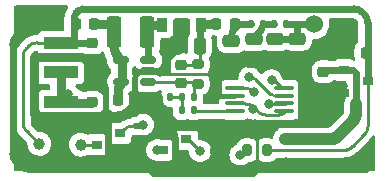
<source format=gbr>
%TF.GenerationSoftware,KiCad,Pcbnew,6.0.11+dfsg-1*%
%TF.CreationDate,2023-09-12T10:24:51+03:00*%
%TF.ProjectId,SC-STM32L412K8,53432d53-544d-4333-924c-3431324b382e,rev?*%
%TF.SameCoordinates,Original*%
%TF.FileFunction,Copper,L2,Bot*%
%TF.FilePolarity,Positive*%
%FSLAX46Y46*%
G04 Gerber Fmt 4.6, Leading zero omitted, Abs format (unit mm)*
G04 Created by KiCad (PCBNEW 6.0.11+dfsg-1) date 2023-09-12 10:24:51*
%MOMM*%
%LPD*%
G01*
G04 APERTURE LIST*
G04 Aperture macros list*
%AMRoundRect*
0 Rectangle with rounded corners*
0 $1 Rounding radius*
0 $2 $3 $4 $5 $6 $7 $8 $9 X,Y pos of 4 corners*
0 Add a 4 corners polygon primitive as box body*
4,1,4,$2,$3,$4,$5,$6,$7,$8,$9,$2,$3,0*
0 Add four circle primitives for the rounded corners*
1,1,$1+$1,$2,$3*
1,1,$1+$1,$4,$5*
1,1,$1+$1,$6,$7*
1,1,$1+$1,$8,$9*
0 Add four rect primitives between the rounded corners*
20,1,$1+$1,$2,$3,$4,$5,0*
20,1,$1+$1,$4,$5,$6,$7,0*
20,1,$1+$1,$6,$7,$8,$9,0*
20,1,$1+$1,$8,$9,$2,$3,0*%
G04 Aperture macros list end*
%TA.AperFunction,SMDPad,CuDef*%
%ADD10C,1.000000*%
%TD*%
%TA.AperFunction,SMDPad,CuDef*%
%ADD11RoundRect,0.225000X0.250000X-0.225000X0.250000X0.225000X-0.250000X0.225000X-0.250000X-0.225000X0*%
%TD*%
%TA.AperFunction,SMDPad,CuDef*%
%ADD12RoundRect,0.225000X-0.250000X0.225000X-0.250000X-0.225000X0.250000X-0.225000X0.250000X0.225000X0*%
%TD*%
%TA.AperFunction,SMDPad,CuDef*%
%ADD13RoundRect,0.250000X-0.250000X-0.475000X0.250000X-0.475000X0.250000X0.475000X-0.250000X0.475000X0*%
%TD*%
%TA.AperFunction,SMDPad,CuDef*%
%ADD14RoundRect,0.250000X0.475000X-0.250000X0.475000X0.250000X-0.475000X0.250000X-0.475000X-0.250000X0*%
%TD*%
%TA.AperFunction,SMDPad,CuDef*%
%ADD15RoundRect,0.225000X0.225000X0.250000X-0.225000X0.250000X-0.225000X-0.250000X0.225000X-0.250000X0*%
%TD*%
%TA.AperFunction,SMDPad,CuDef*%
%ADD16R,0.900000X1.200000*%
%TD*%
%TA.AperFunction,SMDPad,CuDef*%
%ADD17C,1.524000*%
%TD*%
%TA.AperFunction,SMDPad,CuDef*%
%ADD18RoundRect,0.218750X-0.218750X-0.256250X0.218750X-0.256250X0.218750X0.256250X-0.218750X0.256250X0*%
%TD*%
%TA.AperFunction,SMDPad,CuDef*%
%ADD19RoundRect,0.250000X-0.375000X-1.075000X0.375000X-1.075000X0.375000X1.075000X-0.375000X1.075000X0*%
%TD*%
%TA.AperFunction,SMDPad,CuDef*%
%ADD20RoundRect,0.135000X0.135000X0.185000X-0.135000X0.185000X-0.135000X-0.185000X0.135000X-0.185000X0*%
%TD*%
%TA.AperFunction,SMDPad,CuDef*%
%ADD21RoundRect,0.200000X-0.275000X0.200000X-0.275000X-0.200000X0.275000X-0.200000X0.275000X0.200000X0*%
%TD*%
%TA.AperFunction,SMDPad,CuDef*%
%ADD22R,3.000000X1.000000*%
%TD*%
%TA.AperFunction,SMDPad,CuDef*%
%ADD23RoundRect,0.150000X0.512500X0.150000X-0.512500X0.150000X-0.512500X-0.150000X0.512500X-0.150000X0*%
%TD*%
%TA.AperFunction,SMDPad,CuDef*%
%ADD24R,0.900000X0.800000*%
%TD*%
%TA.AperFunction,SMDPad,CuDef*%
%ADD25RoundRect,0.135000X0.185000X-0.135000X0.185000X0.135000X-0.185000X0.135000X-0.185000X-0.135000X0*%
%TD*%
%TA.AperFunction,SMDPad,CuDef*%
%ADD26RoundRect,0.200000X-0.200000X-0.275000X0.200000X-0.275000X0.200000X0.275000X-0.200000X0.275000X0*%
%TD*%
%TA.AperFunction,SMDPad,CuDef*%
%ADD27RoundRect,0.100000X0.712500X0.100000X-0.712500X0.100000X-0.712500X-0.100000X0.712500X-0.100000X0*%
%TD*%
%TA.AperFunction,ViaPad*%
%ADD28C,0.800000*%
%TD*%
%TA.AperFunction,ViaPad*%
%ADD29C,1.000000*%
%TD*%
%TA.AperFunction,Conductor*%
%ADD30C,0.250000*%
%TD*%
%TA.AperFunction,Conductor*%
%ADD31C,0.800000*%
%TD*%
%TA.AperFunction,Conductor*%
%ADD32C,0.600000*%
%TD*%
%TA.AperFunction,Conductor*%
%ADD33C,0.500000*%
%TD*%
%TA.AperFunction,Conductor*%
%ADD34C,0.400000*%
%TD*%
%TA.AperFunction,Conductor*%
%ADD35C,1.000000*%
%TD*%
G04 APERTURE END LIST*
D10*
%TO.P,J13,1,Pin_1*%
%TO.N,+BATT*%
X30100000Y-65100000D03*
%TD*%
D11*
%TO.P,C1,1*%
%TO.N,GND*%
X34550000Y-58125000D03*
%TO.P,C1,2*%
%TO.N,+BATT*%
X34550000Y-56575000D03*
%TD*%
D12*
%TO.P,C2,1*%
%TO.N,+2V8*%
X54150000Y-59000000D03*
%TO.P,C2,2*%
%TO.N,GND*%
X54150000Y-60550000D03*
%TD*%
%TO.P,C5,1*%
%TO.N,Net-(C5-Pad1)*%
X42113200Y-58407000D03*
%TO.P,C5,2*%
%TO.N,Net-(C5-Pad2)*%
X42113200Y-59957000D03*
%TD*%
D13*
%TO.P,C7,1*%
%TO.N,GND*%
X41772800Y-56794400D03*
%TO.P,C7,2*%
%TO.N,Net-(C5-Pad1)*%
X43672800Y-56794400D03*
%TD*%
D14*
%TO.P,C8,1*%
%TO.N,GND*%
X46360000Y-58300000D03*
%TO.P,C8,2*%
%TO.N,Net-(C8-Pad2)*%
X46360000Y-56400000D03*
%TD*%
%TO.P,C11,1*%
%TO.N,GND*%
X48250000Y-58140000D03*
%TO.P,C11,2*%
%TO.N,Net-(C11-Pad2)*%
X48250000Y-56240000D03*
%TD*%
D11*
%TO.P,C13,1*%
%TO.N,Net-(C13-Pad1)*%
X34575000Y-61600000D03*
%TO.P,C13,2*%
%TO.N,GND*%
X34575000Y-60050000D03*
%TD*%
D14*
%TO.P,C14,1*%
%TO.N,GND*%
X51920000Y-58100000D03*
%TO.P,C14,2*%
%TO.N,Net-(C14-Pad2)*%
X51920000Y-56200000D03*
%TD*%
D15*
%TO.P,C15,1*%
%TO.N,+BATT*%
X57735000Y-57390000D03*
%TO.P,C15,2*%
%TO.N,GND*%
X56185000Y-57390000D03*
%TD*%
D11*
%TO.P,C19,1*%
%TO.N,+2V8*%
X54275000Y-64750000D03*
%TO.P,C19,2*%
%TO.N,GND*%
X54275000Y-63200000D03*
%TD*%
D16*
%TO.P,D2,1,K*%
%TO.N,Net-(C5-Pad1)*%
X43798760Y-55051960D03*
%TO.P,D2,2,A*%
%TO.N,Net-(D2-Pad2)*%
X40498760Y-55051960D03*
%TD*%
D17*
%TO.P,J2,1,Pin_1*%
%TO.N,Net-(C14-Pad2)*%
X53380000Y-54980000D03*
%TD*%
D18*
%TO.P,L1,1,1*%
%TO.N,+BATT*%
X33187500Y-54950000D03*
%TO.P,L1,2,2*%
%TO.N,Net-(C3-Pad2)*%
X34762500Y-54950000D03*
%TD*%
D19*
%TO.P,L2,1,1*%
%TO.N,Net-(C3-Pad2)*%
X36423140Y-55679340D03*
%TO.P,L2,2,2*%
%TO.N,Net-(D2-Pad2)*%
X39223140Y-55679340D03*
%TD*%
D18*
%TO.P,L3,1,1*%
%TO.N,Net-(C5-Pad1)*%
X45064580Y-54950000D03*
%TO.P,L3,2,2*%
%TO.N,Net-(C8-Pad2)*%
X46639580Y-54950000D03*
%TD*%
D20*
%TO.P,R3,1*%
%TO.N,Net-(C5-Pad2)*%
X43185000Y-61175000D03*
%TO.P,R3,2*%
%TO.N,HVAj*%
X42165000Y-61175000D03*
%TD*%
D21*
%TO.P,R5,1*%
%TO.N,Net-(C5-Pad1)*%
X43522900Y-58357000D03*
%TO.P,R5,2*%
%TO.N,Net-(C5-Pad2)*%
X43522900Y-60007000D03*
%TD*%
D20*
%TO.P,R11,1*%
%TO.N,Net-(C11-Pad2)*%
X49040000Y-54930000D03*
%TO.P,R11,2*%
%TO.N,Net-(C8-Pad2)*%
X48020000Y-54930000D03*
%TD*%
%TO.P,R13,1*%
%TO.N,Net-(C14-Pad2)*%
X51020000Y-54930000D03*
%TO.P,R13,2*%
%TO.N,Net-(C11-Pad2)*%
X50000000Y-54930000D03*
%TD*%
D22*
%TO.P,SW1,1,A*%
%TO.N,Net-(C13-Pad1)*%
X31906340Y-61552460D03*
%TO.P,SW1,2,B*%
X31906340Y-59052460D03*
%TO.P,SW1,3,C*%
%TO.N,+BATT*%
X31906340Y-56552460D03*
%TD*%
D23*
%TO.P,U2,1,SW*%
%TO.N,Net-(D2-Pad2)*%
X39311160Y-58011020D03*
%TO.P,U2,2,GND*%
%TO.N,GND*%
X39311160Y-58961020D03*
%TO.P,U2,3,FB*%
%TO.N,Net-(C5-Pad2)*%
X39311160Y-59911020D03*
%TO.P,U2,4,EN*%
%TO.N,Net-(C3-Pad2)*%
X37036160Y-59911020D03*
%TO.P,U2,5,VIN*%
X37036160Y-58011020D03*
%TD*%
D24*
%TO.P,U5,1,GND*%
%TO.N,GND*%
X55896000Y-60767000D03*
%TO.P,U5,2,VO*%
%TO.N,+2V8*%
X55896000Y-58867000D03*
%TO.P,U5,3,VI*%
%TO.N,+BATT*%
X57896000Y-59817000D03*
%TD*%
D10*
%TO.P,J11,1,Pin_1*%
%TO.N,Net-(J11-Pad1)*%
X33610000Y-65180000D03*
%TD*%
D20*
%TO.P,R15,1*%
%TO.N,GND*%
X44835000Y-65700000D03*
%TO.P,R15,2*%
%TO.N,Buzer*%
X43815000Y-65700000D03*
%TD*%
D25*
%TO.P,R16,1*%
%TO.N,GND*%
X38330000Y-64630000D03*
%TO.P,R16,2*%
%TO.N,Vibro*%
X38330000Y-63610000D03*
%TD*%
D26*
%TO.P,R19,1*%
%TO.N,bl*%
X47714400Y-65633600D03*
%TO.P,R19,2*%
%TO.N,+BATT*%
X49364400Y-65633600D03*
%TD*%
D14*
%TO.P,C6,1*%
%TO.N,GND*%
X50080000Y-58110000D03*
%TO.P,C6,2*%
%TO.N,Net-(C14-Pad2)*%
X50080000Y-56210000D03*
%TD*%
D20*
%TO.P,R10,1*%
%TO.N,HVAj*%
X41185000Y-61175000D03*
%TO.P,R10,2*%
%TO.N,GND*%
X40165000Y-61175000D03*
%TD*%
D24*
%TO.P,Q1,1,G*%
%TO.N,Vibro*%
X36940000Y-64230000D03*
%TO.P,Q1,2,S*%
%TO.N,GND*%
X36940000Y-66130000D03*
%TO.P,Q1,3,D*%
%TO.N,Net-(J11-Pad1)*%
X34940000Y-65180000D03*
%TD*%
D20*
%TO.P,R17,1*%
%TO.N,Net-(D3-Pad5)*%
X43185000Y-62250000D03*
%TO.P,R17,2*%
%TO.N,HVAj*%
X42165000Y-62250000D03*
%TD*%
D27*
%TO.P,D3,1,CS/LD*%
%TO.N,CS*%
X50855100Y-60391400D03*
%TO.P,D3,2,SCK*%
%TO.N,SC*%
X50855100Y-61041400D03*
%TO.P,D3,3,SDI*%
%TO.N,DI*%
X50855100Y-61691400D03*
%TO.P,D3,4,REF*%
%TO.N,+2V8*%
X50855100Y-62341400D03*
%TO.P,D3,5,VoutB*%
%TO.N,Net-(D3-Pad5)*%
X46630100Y-62341400D03*
%TO.P,D3,6,Vcc*%
%TO.N,+2V8*%
X46630100Y-61691400D03*
%TO.P,D3,7,Gnd*%
%TO.N,GND*%
X46630100Y-61041400D03*
%TO.P,D3,8,VoutA*%
%TO.N,Net-(D3-Pad8)*%
X46630100Y-60391400D03*
%TD*%
D24*
%TO.P,Q2,1,G*%
%TO.N,Buzer*%
X42550000Y-64700000D03*
%TO.P,Q2,2,S*%
%TO.N,GND*%
X42550000Y-66600000D03*
%TO.P,Q2,3,D*%
%TO.N,Net-(BZ1-Pad2)*%
X40550000Y-65650000D03*
%TD*%
D15*
%TO.P,C3,1*%
%TO.N,GND*%
X38300000Y-61425000D03*
%TO.P,C3,2*%
%TO.N,Net-(C3-Pad2)*%
X36750000Y-61425000D03*
%TD*%
D28*
%TO.N,+BATT*%
X30090000Y-65120000D03*
%TO.N,GND*%
X40770000Y-63770000D03*
X44475000Y-61225000D03*
X53428900Y-61328300D03*
X44375000Y-63575000D03*
D29*
X29800000Y-62675000D03*
D28*
X42400000Y-54890000D03*
X55831740Y-60170060D03*
X46280000Y-63560000D03*
X51005740Y-66611500D03*
X40320000Y-59040000D03*
X28650000Y-55500000D03*
X48249840Y-67208400D03*
X45450000Y-57950000D03*
X29712920Y-57785000D03*
%TO.N,+2V8*%
X48190000Y-62138560D03*
X54160000Y-58990000D03*
X50890050Y-64733050D03*
%TO.N,Net-(C13-Pad1)*%
X32550000Y-60925000D03*
%TO.N,Buzer*%
X43700000Y-65725000D03*
%TO.N,Vibro*%
X38890000Y-63480000D03*
%TO.N,bl*%
X47100000Y-66025000D03*
%TO.N,Net-(D3-Pad8)*%
X48250000Y-60730000D03*
%TO.N,DI*%
X49580800Y-61767720D03*
%TO.N,SC*%
X47870000Y-59470000D03*
%TO.N,CS*%
X49760000Y-59720000D03*
%TO.N,Net-(BZ1-Pad2)*%
X40050000Y-65620000D03*
%TD*%
D30*
%TO.N,Net-(D3-Pad5)*%
X46630100Y-62341400D02*
X43276400Y-62341400D01*
X43276400Y-62341400D02*
X43185000Y-62250000D01*
%TO.N,Buzer*%
X42550000Y-64700000D02*
X42675000Y-64700000D01*
X42675000Y-64700000D02*
X43700000Y-65725000D01*
%TO.N,Vibro*%
X38890000Y-63480000D02*
X38460000Y-63480000D01*
X38460000Y-63480000D02*
X38330000Y-63610000D01*
X37974214Y-63610010D02*
G75*
G03*
X37267107Y-63902893I-14J-999990D01*
G01*
X38330000Y-63610000D02*
X37974214Y-63610000D01*
X37267107Y-63902893D02*
X36940000Y-64230000D01*
D31*
%TO.N,GND*%
X33436126Y-57784982D02*
G75*
G02*
X34143233Y-58077893I-26J-1000018D01*
G01*
D32*
%TO.N,+BATT*%
X33029920Y-54443608D02*
G75*
G02*
X33205656Y-54019344I599980J8D01*
G01*
X33371444Y-53853556D02*
G75*
G02*
X33795708Y-53677820I424256J-424244D01*
G01*
X57612114Y-54138600D02*
G75*
G02*
X57905000Y-54845714I-707114J-707100D01*
G01*
X56737106Y-53677810D02*
G75*
G02*
X57444213Y-53970713I-6J-999990D01*
G01*
X47210980Y-53677820D02*
X33795708Y-53677820D01*
X57896000Y-59817000D02*
X57905000Y-59808000D01*
X57905000Y-59808000D02*
X57905000Y-54845714D01*
X33029920Y-54443608D02*
X33029920Y-56178200D01*
X57612107Y-54138607D02*
X57444213Y-53970713D01*
X56737106Y-53677820D02*
X47210980Y-53677820D01*
X33371444Y-53853556D02*
X33205656Y-54019344D01*
D30*
X57692565Y-64169232D02*
X57658449Y-64217672D01*
X55938119Y-65620534D02*
X55996494Y-65610405D01*
X55996494Y-65610405D02*
X56054302Y-65597424D01*
X56614553Y-65280046D02*
X57542446Y-64352153D01*
X56526779Y-65359598D02*
X56571642Y-65320899D01*
X56111404Y-65581621D02*
X56167661Y-65563036D01*
X57894545Y-63557829D02*
X57890187Y-63616917D01*
X57753465Y-64067625D02*
X57724262Y-64119176D01*
X56167661Y-65563036D02*
X56222939Y-65541713D01*
X57890187Y-63616917D02*
X57882934Y-63675719D01*
X33029920Y-56178200D02*
X33404180Y-56552460D01*
X56480072Y-65396049D02*
X56526779Y-65359598D01*
X56054302Y-65597424D02*
X56111404Y-65581621D01*
X56571642Y-65320899D02*
X56614553Y-65280046D01*
X57896000Y-63498600D02*
X57896000Y-59817000D01*
X57780104Y-64014704D02*
X57753465Y-64067625D01*
X56431632Y-65430165D02*
X56480072Y-65396049D01*
X29174647Y-56845353D02*
X29012893Y-57007107D01*
X57804113Y-63960539D02*
X57780104Y-64014704D01*
X55761000Y-65633600D02*
X49326900Y-65633600D01*
X57882934Y-63675719D02*
X57872805Y-63734094D01*
X57844021Y-63849004D02*
X57825436Y-63905261D01*
X57583299Y-64309242D02*
X57542446Y-64352153D01*
X57621998Y-64264379D02*
X57583299Y-64309242D01*
X57896000Y-63498600D02*
X57894545Y-63557829D01*
X57872805Y-63734094D02*
X57859824Y-63791902D01*
X31906340Y-56552460D02*
X29881754Y-56552460D01*
X55879317Y-65627787D02*
X55938119Y-65620534D01*
D32*
X31906340Y-56552460D02*
X33404180Y-56552460D01*
D30*
X28720000Y-57714214D02*
X28720000Y-63335786D01*
D32*
X33404180Y-56552460D02*
X34492800Y-56552460D01*
D30*
X55761000Y-65633600D02*
X55820229Y-65632145D01*
X34492800Y-56552460D02*
X34571940Y-56631600D01*
X57724262Y-64119176D02*
X57692565Y-64169232D01*
X56381576Y-65461862D02*
X56431632Y-65430165D01*
X56277104Y-65517704D02*
X56330025Y-65491065D01*
X29012893Y-64042893D02*
X30090000Y-65120000D01*
X55820229Y-65632145D02*
X55879317Y-65627787D01*
X57825436Y-63905261D02*
X57804113Y-63960539D01*
X56222939Y-65541713D02*
X56277104Y-65517704D01*
X57859824Y-63791902D02*
X57844021Y-63849004D01*
X56330025Y-65491065D02*
X56381576Y-65461862D01*
X57658449Y-64217672D02*
X57621998Y-64264379D01*
X28720010Y-57714214D02*
G75*
G02*
X29012893Y-57007107I999990J14D01*
G01*
X29174662Y-56845368D02*
G75*
G02*
X29881754Y-56552460I707138J-707132D01*
G01*
X28720010Y-63335786D02*
G75*
G03*
X29012893Y-64042893I999990J-14D01*
G01*
%TO.N,GND*%
X38170000Y-61295000D02*
X38300000Y-61425000D01*
X48117760Y-67233800D02*
X48117760Y-67137280D01*
X40655140Y-59182000D02*
X40434160Y-58961020D01*
D32*
X41378262Y-64104422D02*
X41407465Y-64155973D01*
D31*
X46872700Y-63630000D02*
X47015400Y-63487300D01*
X41950000Y-63630000D02*
X44395000Y-63630000D01*
X40890000Y-62954214D02*
X40890000Y-63440000D01*
D33*
X35755580Y-62410340D02*
X36055300Y-62710060D01*
D31*
X44395000Y-63630000D02*
X46872700Y-63630000D01*
D32*
X41612370Y-67587370D02*
X45493430Y-67587370D01*
X46290990Y-67587370D02*
X46687230Y-67587370D01*
X46687230Y-67587370D02*
X48160430Y-67587370D01*
D31*
X41950000Y-63630000D02*
X41080000Y-63630000D01*
D32*
X41275998Y-63959219D02*
X41312449Y-64005926D01*
X35936500Y-67246500D02*
X29164474Y-67246500D01*
D31*
X29745940Y-62710060D02*
X36055300Y-62710060D01*
X34571940Y-58506600D02*
X34143233Y-58077893D01*
D32*
X41346565Y-64054366D02*
X41378262Y-64104422D01*
D31*
X40817800Y-58577380D02*
X40817800Y-58282794D01*
D32*
X41544187Y-64606682D02*
X41548545Y-64665770D01*
D31*
X40165000Y-61175000D02*
X40165000Y-61400786D01*
X29616400Y-62580520D02*
X29745940Y-62710060D01*
D30*
X48493680Y-63378080D02*
X47124620Y-63378080D01*
D34*
X46542600Y-61041400D02*
X45430560Y-61041400D01*
D32*
X35940000Y-62825360D02*
X36055300Y-62710060D01*
X45191680Y-60802520D02*
X45191680Y-59268360D01*
X41526805Y-64489504D02*
X41536934Y-64547880D01*
D30*
X41550000Y-67525000D02*
X41612370Y-67587370D01*
D32*
X48618140Y-67261740D02*
X49248060Y-67261740D01*
D31*
X40457893Y-62107893D02*
X40597107Y-62247107D01*
D33*
X34566860Y-59755800D02*
X35366720Y-59755800D01*
D32*
X41434104Y-64208894D02*
X41458114Y-64263059D01*
D31*
X36055300Y-62710060D02*
X36855726Y-62710060D01*
D32*
X41513824Y-64431696D02*
X41526805Y-64489504D01*
X39088060Y-67246500D02*
X39423340Y-67246500D01*
D30*
X29646880Y-57785000D02*
X29616400Y-57815480D01*
D32*
X41550000Y-64725000D02*
X41550000Y-67525000D01*
D30*
X54330600Y-62354220D02*
X54330600Y-60754500D01*
X48534320Y-66720720D02*
X48534320Y-63418720D01*
D31*
X40817800Y-58892200D02*
X40817800Y-58897800D01*
D32*
X48160430Y-67587370D02*
X48437800Y-67310000D01*
D30*
X47124620Y-63378080D02*
X47015400Y-63487300D01*
D31*
X41110693Y-57575687D02*
X41790380Y-56896000D01*
D33*
X35366720Y-59755800D02*
X35462687Y-59851767D01*
X38170000Y-59617107D02*
X38170000Y-61295000D01*
D32*
X45493430Y-67587370D02*
X46290990Y-67587370D01*
D30*
X54330600Y-60754500D02*
X55883500Y-60754500D01*
X55883500Y-60754500D02*
X55896000Y-60767000D01*
X48117760Y-67137280D02*
X48534320Y-66720720D01*
D32*
X52222400Y-58402400D02*
X51920000Y-58100000D01*
X41196446Y-63871446D02*
X40750000Y-63425000D01*
X40333170Y-67587370D02*
X41612370Y-67587370D01*
X35936500Y-67246500D02*
X35940000Y-67243000D01*
D30*
X50888660Y-58341500D02*
X51714400Y-58341500D01*
D32*
X41479437Y-64318337D02*
X41498021Y-64374595D01*
D30*
X29712920Y-57785000D02*
X29646880Y-57785000D01*
D32*
X48737520Y-63378080D02*
X52029360Y-63378080D01*
X52029360Y-63378080D02*
X52222400Y-63185040D01*
D30*
X48534320Y-63418720D02*
X48493680Y-63378080D01*
X45191680Y-59268360D02*
X45105320Y-59182000D01*
D33*
X38472533Y-59107467D02*
X38316446Y-59263554D01*
D32*
X39423340Y-67246500D02*
X39764210Y-67587370D01*
X28138913Y-56011087D02*
X28650000Y-55500000D01*
D30*
X34566860Y-58511680D02*
X34571940Y-58506600D01*
D32*
X41548545Y-64665770D02*
X41550000Y-64725000D01*
D30*
X48737520Y-63378080D02*
X48493680Y-63378080D01*
D32*
X39764210Y-67587370D02*
X40333170Y-67587370D01*
D31*
X41790380Y-56896000D02*
X41790380Y-55890594D01*
D32*
X27846020Y-65928046D02*
X27846020Y-56718194D01*
X35940000Y-67243000D02*
X35940000Y-62825360D01*
X41237299Y-63914356D02*
X41275998Y-63959219D01*
D30*
X45491500Y-66243200D02*
X45491500Y-67585440D01*
D32*
X49248060Y-67261740D02*
X57775080Y-67261740D01*
D33*
X35755580Y-60558874D02*
X35755580Y-62410340D01*
D32*
X41536934Y-64547880D02*
X41544187Y-64606682D01*
X39273660Y-58961020D02*
X40434160Y-58961020D01*
D30*
X45491500Y-67585440D02*
X45493430Y-67587370D01*
X57775080Y-67261740D02*
X57812940Y-67223880D01*
X42265600Y-55001160D02*
X42387520Y-54879240D01*
X41080000Y-63630000D02*
X40890000Y-63440000D01*
D32*
X39088060Y-67246500D02*
X35936500Y-67246500D01*
D30*
X42379900Y-54912260D02*
X42354500Y-54886860D01*
D32*
X41312449Y-64005926D02*
X41346565Y-64054366D01*
D33*
X39311160Y-58961020D02*
X38826087Y-58961020D01*
D30*
X49885600Y-58341500D02*
X50888660Y-58341500D01*
X34566860Y-59755800D02*
X34566860Y-58511680D01*
D31*
X33436126Y-57785000D02*
X29712920Y-57785000D01*
X38300000Y-61680000D02*
X38300000Y-61425000D01*
D30*
X40259000Y-67513200D02*
X40333170Y-67587370D01*
D32*
X41458114Y-64263059D02*
X41479437Y-64318337D01*
X41407465Y-64155973D02*
X41434104Y-64208894D01*
D31*
X37562833Y-62417167D02*
X38300000Y-61680000D01*
D32*
X41196446Y-63871446D02*
X41237299Y-63914356D01*
D31*
X29616400Y-57815480D02*
X29616400Y-62580520D01*
D32*
X28457367Y-66953607D02*
X28138913Y-66635153D01*
D31*
X42083273Y-55183487D02*
X42387520Y-54879240D01*
D30*
X45105320Y-59182000D02*
X40655140Y-59182000D01*
D31*
X40817800Y-58577380D02*
X40817800Y-58892200D01*
D30*
X46542600Y-61041400D02*
X46609120Y-61041400D01*
D32*
X41498021Y-64374595D02*
X41513824Y-64431696D01*
X52222400Y-63185040D02*
X52222400Y-58402400D01*
D33*
X38316443Y-59263551D02*
G75*
G03*
X38170000Y-59617107I353557J-353549D01*
G01*
D31*
X37562811Y-62417145D02*
G75*
G02*
X36855726Y-62710060I-707111J707045D01*
G01*
X40457886Y-62107900D02*
G75*
G02*
X40165000Y-61400786I707114J707100D01*
G01*
D32*
X27846010Y-56718194D02*
G75*
G02*
X28138913Y-56011087I999990J-6D01*
G01*
D31*
X42083272Y-55183486D02*
G75*
G03*
X41790380Y-55890594I707128J-707114D01*
G01*
X40817796Y-58282794D02*
G75*
G02*
X41110693Y-57575687I1000004J-6D01*
G01*
D33*
X38472544Y-59107478D02*
G75*
G02*
X38826087Y-58961020I353556J-353522D01*
G01*
D32*
X27845982Y-65928046D02*
G75*
G03*
X28138913Y-66635153I1000018J46D01*
G01*
X28457380Y-66953594D02*
G75*
G03*
X29164474Y-67246500I707120J707094D01*
G01*
D33*
X35755604Y-60558874D02*
G75*
G03*
X35462687Y-59851767I-1000004J-26D01*
G01*
D31*
X40597114Y-62247100D02*
G75*
G02*
X40890000Y-62954214I-707114J-707100D01*
G01*
%TO.N,Net-(C3-Pad2)*%
X36626573Y-57531132D02*
X36594875Y-57481077D01*
X36752019Y-60426957D02*
X36741634Y-60473204D01*
X36776693Y-57714053D02*
X36735838Y-57671143D01*
X36424592Y-56919729D02*
X36423140Y-56860500D01*
X37073660Y-59911020D02*
X37073660Y-58011020D01*
X36776693Y-57714053D02*
X37073660Y-58011020D01*
X36660688Y-57579572D02*
X36626573Y-57531132D01*
X36885826Y-60125093D02*
X36860468Y-60165138D01*
X36697139Y-57626280D02*
X36660688Y-57579572D01*
X36515024Y-57322439D02*
X36493701Y-57267162D01*
X36423140Y-56860500D02*
X36423140Y-55679340D01*
X36493701Y-57267162D02*
X36475116Y-57210904D01*
X36727729Y-60566946D02*
X36724242Y-60614216D01*
X36594875Y-57481077D02*
X36565672Y-57429526D01*
X36539034Y-57376604D02*
X36515024Y-57322439D01*
X36446333Y-57095994D02*
X36436203Y-57037619D01*
X36860468Y-60165138D02*
X36837106Y-60206378D01*
X36724242Y-60614216D02*
X36723080Y-60661600D01*
X36815795Y-60248716D02*
X36796587Y-60292048D01*
X36723080Y-60661600D02*
X36723080Y-61480700D01*
X36735838Y-57671143D02*
X36697139Y-57626280D01*
X36796587Y-60292048D02*
X36779529Y-60336270D01*
X37005922Y-59978757D02*
X37073660Y-59911020D01*
X36779529Y-60336270D02*
X36764661Y-60381276D01*
X37005922Y-59978757D02*
X36973238Y-60013084D01*
X36741634Y-60473204D02*
X36733531Y-60519904D01*
X36837106Y-60206378D02*
X36815795Y-60248716D01*
X36565672Y-57429526D02*
X36539034Y-57376604D01*
X36475116Y-57210904D02*
X36459314Y-57153803D01*
X36973238Y-60013084D02*
X36942279Y-60048975D01*
X36436203Y-57037619D02*
X36428951Y-56978817D01*
X36459314Y-57153803D02*
X36446333Y-57095994D01*
X36942279Y-60048975D02*
X36913118Y-60086341D01*
X36913118Y-60086341D02*
X36885826Y-60125093D01*
X36764661Y-60381276D02*
X36752019Y-60426957D01*
X36428951Y-56978817D02*
X36424592Y-56919729D01*
X36733531Y-60519904D02*
X36727729Y-60566946D01*
X35029920Y-54973220D02*
X36406780Y-54973220D01*
D30*
%TO.N,Net-(C5-Pad2)*%
X43185000Y-60344900D02*
X43522900Y-60007000D01*
X43185000Y-61175000D02*
X43185000Y-60344900D01*
X39311160Y-59911020D02*
X43426920Y-59911020D01*
X43426920Y-59911020D02*
X43522900Y-60007000D01*
D31*
%TO.N,Net-(C5-Pad1)*%
X45064580Y-54950000D02*
X43900720Y-54950000D01*
D30*
X43665380Y-55185340D02*
X43798760Y-55051960D01*
X42722800Y-58394500D02*
X42113200Y-58394500D01*
X43900720Y-54950000D02*
X43798760Y-55051960D01*
X43665380Y-56896000D02*
X43665380Y-58290220D01*
D32*
X43665380Y-56896000D02*
X43665380Y-55185340D01*
D30*
X43665380Y-58290220D02*
X43561100Y-58394500D01*
X42722800Y-58394500D02*
X43561100Y-58394500D01*
%TO.N,+2V8*%
X50890050Y-64733050D02*
X51087020Y-64536080D01*
X47635815Y-61701851D02*
X47588773Y-61696049D01*
X47541503Y-61692562D02*
X47494120Y-61691400D01*
X48543716Y-62318619D02*
X48588579Y-62357318D01*
X50707900Y-62517292D02*
X50665563Y-62538603D01*
D35*
X53709450Y-64733050D02*
X50890050Y-64733050D01*
D30*
X51173340Y-64797900D02*
X51031140Y-64655700D01*
D32*
X55896000Y-58867000D02*
X54283000Y-58867000D01*
X54283000Y-58867000D02*
X54150000Y-59000000D01*
D30*
X48683726Y-62427885D02*
X48733782Y-62459582D01*
X50827937Y-62441279D02*
X50789185Y-62468572D01*
D35*
X56896000Y-62446280D02*
X56894545Y-62505509D01*
X55125334Y-64617154D02*
X55178255Y-64590515D01*
D30*
X47819449Y-61747849D02*
X47774443Y-61732981D01*
D35*
X56872805Y-62681774D02*
X56859824Y-62739582D01*
D30*
X48785333Y-62488785D02*
X48838254Y-62515424D01*
X48142634Y-61941559D02*
X48106743Y-61910599D01*
D35*
X56724262Y-63066856D02*
X56692565Y-63116912D01*
X55375009Y-64459048D02*
X55419872Y-64420349D01*
D30*
X50942600Y-64680500D02*
X50890050Y-64733050D01*
X50622231Y-62557811D02*
X50578009Y-62574869D01*
D35*
X56658449Y-63165352D02*
X56621998Y-63212059D01*
D30*
X47990581Y-61828788D02*
X47949340Y-61805426D01*
X50441075Y-62612764D02*
X50394375Y-62620867D01*
D35*
X56780104Y-62962384D02*
X56753465Y-63015305D01*
X54959634Y-64681071D02*
X55015891Y-64662486D01*
D30*
X50759120Y-64863980D02*
X50890050Y-64733050D01*
X49177240Y-62618254D02*
X49236042Y-62625507D01*
D35*
X56894545Y-62505509D02*
X56890187Y-62564597D01*
X56896000Y-62446280D02*
X56896000Y-61772800D01*
D30*
X48500806Y-62277766D02*
X48543716Y-62318619D01*
X50865303Y-62412119D02*
X50827937Y-62441279D01*
D35*
X55178255Y-64590515D02*
X55229806Y-64561312D01*
D30*
X48106743Y-61910599D02*
X48069377Y-61881439D01*
D35*
X56882934Y-62623399D02*
X56872805Y-62681774D01*
D30*
X47949340Y-61805426D02*
X47907003Y-61784115D01*
X50749200Y-64759840D02*
X51015900Y-64493140D01*
X51104600Y-64518500D02*
X51087020Y-64536080D01*
D32*
X56896000Y-61772800D02*
X56896000Y-59080400D01*
D30*
X53826770Y-64733050D02*
X53709450Y-64733050D01*
X48947697Y-62560757D02*
X49003955Y-62579341D01*
D35*
X54844724Y-64709855D02*
X54902532Y-64696874D01*
D30*
X47728762Y-61720339D02*
X47682515Y-61709954D01*
X51237020Y-64686080D02*
X51087020Y-64536080D01*
X50252680Y-62631320D02*
X49354360Y-62631320D01*
X48892419Y-62539434D02*
X48947697Y-62560757D01*
D35*
X56621998Y-63212059D02*
X56583299Y-63256922D01*
D30*
X48635286Y-62393769D02*
X48683726Y-62427885D01*
X48030625Y-61854146D02*
X47990581Y-61828788D01*
X49061056Y-62595144D02*
X49118864Y-62608125D01*
D35*
X56825436Y-62852941D02*
X56804113Y-62908219D01*
D30*
X47494120Y-61691400D02*
X46542600Y-61691400D01*
D35*
X55229806Y-64561312D02*
X55279862Y-64529615D01*
D30*
X47907003Y-61784115D02*
X47863671Y-61764907D01*
X48315880Y-62113160D02*
X48336200Y-62113160D01*
D35*
X56753465Y-63015305D02*
X56724262Y-63066856D01*
D30*
X48500806Y-62277766D02*
X48336200Y-62113160D01*
D35*
X56692565Y-63116912D02*
X56658449Y-63165352D01*
D30*
X50347333Y-62626669D02*
X50300063Y-62630156D01*
X49236042Y-62625507D02*
X49295130Y-62629865D01*
D35*
X54727547Y-64727237D02*
X54786349Y-64719984D01*
X55462783Y-64379496D02*
X56542446Y-63299833D01*
X55015891Y-64662486D02*
X55071169Y-64641163D01*
X54609230Y-64733050D02*
X53709450Y-64733050D01*
X56890187Y-62564597D02*
X56882934Y-62623399D01*
D30*
X50487322Y-62602379D02*
X50441075Y-62612764D01*
X49003955Y-62579341D02*
X49061056Y-62595144D01*
X50935522Y-62348477D02*
X50901193Y-62381159D01*
D35*
X56804113Y-62908219D02*
X56780104Y-62962384D01*
X55071169Y-64641163D02*
X55125334Y-64617154D01*
D30*
X48069377Y-61881439D02*
X48030625Y-61854146D01*
D35*
X55419872Y-64420349D02*
X55462783Y-64379496D01*
X54902532Y-64696874D02*
X54959634Y-64681071D01*
D30*
X50578009Y-62574869D02*
X50533003Y-62589737D01*
D32*
X55896000Y-58867000D02*
X56682600Y-58867000D01*
D35*
X54786349Y-64719984D02*
X54844724Y-64709855D01*
D30*
X48733782Y-62459582D02*
X48785333Y-62488785D01*
X51168260Y-64645500D02*
X51015900Y-64493140D01*
X49295130Y-62629865D02*
X49354360Y-62631320D01*
D35*
X56844021Y-62796684D02*
X56825436Y-62852941D01*
D30*
X47588773Y-61696049D02*
X47541503Y-61692562D01*
X50665563Y-62538603D02*
X50622231Y-62557811D01*
D35*
X55279862Y-64529615D02*
X55328302Y-64495499D01*
D30*
X50300063Y-62630156D02*
X50252680Y-62631320D01*
X47774443Y-61732981D02*
X47728762Y-61720339D01*
X48838254Y-62515424D02*
X48892419Y-62539434D01*
D35*
X56583299Y-63256922D02*
X56542446Y-63299833D01*
D30*
X48176962Y-61974242D02*
X48142634Y-61941559D01*
D32*
X56682600Y-58867000D02*
X56896000Y-59080400D01*
D35*
X55328302Y-64495499D02*
X55375009Y-64459048D01*
D30*
X47682515Y-61709954D02*
X47635815Y-61701851D01*
X50394375Y-62620867D02*
X50347333Y-62626669D01*
X50901193Y-62381159D02*
X50865303Y-62412119D01*
D35*
X54668459Y-64731595D02*
X54727547Y-64727237D01*
X56859824Y-62739582D02*
X56844021Y-62796684D01*
D30*
X50749140Y-62493930D02*
X50707900Y-62517292D01*
X48176962Y-61974242D02*
X48315880Y-62113160D01*
D35*
X54609230Y-64733050D02*
X54668459Y-64731595D01*
D30*
X50935522Y-62348477D02*
X50942600Y-62341400D01*
X48588579Y-62357318D02*
X48635286Y-62393769D01*
X47863671Y-61764907D02*
X47819449Y-61747849D01*
X50533003Y-62589737D02*
X50487322Y-62602379D01*
X50789185Y-62468572D02*
X50749140Y-62493930D01*
X49118864Y-62608125D02*
X49177240Y-62618254D01*
D32*
%TO.N,Net-(C8-Pad2)*%
X46360000Y-56400000D02*
X46360000Y-56035994D01*
X46652893Y-55328887D02*
X46914580Y-55067200D01*
X48020000Y-54930000D02*
X47051780Y-54930000D01*
D30*
X47051780Y-54930000D02*
X46914580Y-55067200D01*
D32*
X46359996Y-56035994D02*
G75*
G02*
X46652893Y-55328887I1000004J-6D01*
G01*
%TO.N,Net-(C11-Pad2)*%
X48893553Y-55426447D02*
X48250000Y-56070000D01*
X49040000Y-54930000D02*
X49040000Y-55072893D01*
X48250000Y-56070000D02*
X48250000Y-56240000D01*
X49040000Y-54930000D02*
X50000000Y-54930000D01*
X48893556Y-55426450D02*
G75*
G03*
X49040000Y-55072893I-353556J353550D01*
G01*
D30*
%TO.N,Net-(C13-Pad1)*%
X32208600Y-59354720D02*
X31906340Y-59052460D01*
X31984680Y-61630800D02*
X31906340Y-61552460D01*
D31*
X31906340Y-60178820D02*
X31906340Y-59052460D01*
D30*
X31912820Y-60185300D02*
X31906340Y-60178820D01*
D31*
X31906340Y-61552460D02*
X31906340Y-60178820D01*
D30*
X32923480Y-59354720D02*
X32208600Y-59354720D01*
D31*
X34566860Y-61630800D02*
X31984680Y-61630800D01*
D30*
%TO.N,Net-(D2-Pad2)*%
X39850520Y-55051960D02*
X39223140Y-55679340D01*
X39273660Y-55729860D02*
X39223140Y-55679340D01*
D31*
X40498760Y-55051960D02*
X39850520Y-55051960D01*
D32*
X39273660Y-58011020D02*
X39273660Y-55729860D01*
D30*
%TO.N,Net-(J11-Pad1)*%
X33610000Y-65180000D02*
X34990000Y-65180000D01*
%TO.N,bl*%
X47142300Y-66243200D02*
X47751900Y-65633600D01*
X47076360Y-66243200D02*
X47142300Y-66243200D01*
X47751900Y-65633600D02*
X47751900Y-65913100D01*
D32*
%TO.N,Net-(C14-Pad2)*%
X51890000Y-54930000D02*
X53330000Y-54930000D01*
D30*
X51910000Y-56210000D02*
X51920000Y-56200000D01*
D32*
X51920000Y-56200000D02*
X51920000Y-54960000D01*
D30*
X51920000Y-54960000D02*
X51890000Y-54930000D01*
D32*
X51020000Y-54930000D02*
X51890000Y-54930000D01*
D30*
X53330000Y-54930000D02*
X53380000Y-54980000D01*
D32*
X50080000Y-56210000D02*
X51910000Y-56210000D01*
D30*
%TO.N,Net-(D3-Pad8)*%
X48204293Y-60684293D02*
X48250000Y-60730000D01*
X46630100Y-60391400D02*
X47497186Y-60391400D01*
X48204300Y-60684286D02*
G75*
G03*
X47497186Y-60391400I-707100J-707114D01*
G01*
%TO.N,HVAj*%
X41185000Y-61175000D02*
X42165000Y-61175000D01*
X42165000Y-61175000D02*
X42165000Y-62250000D01*
%TO.N,DI*%
X49707800Y-61696600D02*
X50937400Y-61696600D01*
X50937400Y-61696600D02*
X50942600Y-61691400D01*
%TO.N,SC*%
X50018507Y-61041400D02*
X50855100Y-61041400D01*
X48386447Y-59616447D02*
X49664954Y-60894954D01*
X47870000Y-59470000D02*
X48032893Y-59470000D01*
X50018507Y-61041395D02*
G75*
G02*
X49664954Y-60894954I-7J499995D01*
G01*
X48032893Y-59470005D02*
G75*
G02*
X48386447Y-59616447I7J-499995D01*
G01*
%TO.N,CS*%
X50612400Y-60391400D02*
X49758600Y-59537600D01*
X50942600Y-60391400D02*
X50612400Y-60391400D01*
%TO.N,Net-(BZ1-Pad2)*%
X40520000Y-65620000D02*
X40550000Y-65650000D01*
X40050000Y-65620000D02*
X40520000Y-65620000D01*
%TD*%
%TA.AperFunction,Conductor*%
%TO.N,GND*%
G36*
X56693739Y-54487314D02*
G01*
X56725741Y-54491357D01*
X56736034Y-54490348D01*
X56739827Y-54489976D01*
X56768581Y-54490455D01*
X56770228Y-54490672D01*
X56801984Y-54499182D01*
X56815396Y-54504737D01*
X56857122Y-54533041D01*
X56860912Y-54537927D01*
X56866350Y-54542394D01*
X56866352Y-54542396D01*
X56896049Y-54566790D01*
X56905166Y-54575058D01*
X56998572Y-54668464D01*
X57009038Y-54680334D01*
X57024497Y-54700265D01*
X57024500Y-54700268D01*
X57028811Y-54705826D01*
X57034253Y-54710296D01*
X57039746Y-54714809D01*
X57059727Y-54735464D01*
X57060743Y-54736788D01*
X57077193Y-54765279D01*
X57082749Y-54778693D01*
X57092239Y-54828203D01*
X57091463Y-54834343D01*
X57092150Y-54841351D01*
X57092150Y-54841352D01*
X57095899Y-54879591D01*
X57096500Y-54891885D01*
X57096500Y-56465583D01*
X57076498Y-56533704D01*
X57051895Y-56560872D01*
X57051287Y-56561248D01*
X56930448Y-56682298D01*
X56926608Y-56688528D01*
X56926607Y-56688529D01*
X56856987Y-56801474D01*
X56840698Y-56827899D01*
X56786851Y-56990243D01*
X56776500Y-57091268D01*
X56776500Y-57688732D01*
X56776837Y-57691978D01*
X56776837Y-57691982D01*
X56777334Y-57696768D01*
X56787113Y-57791019D01*
X56821012Y-57892626D01*
X56823596Y-57963573D01*
X56787413Y-58024657D01*
X56723949Y-58056482D01*
X56701488Y-58058500D01*
X56697182Y-58058500D01*
X56696745Y-58058499D01*
X56696268Y-58058497D01*
X56690409Y-58058477D01*
X56622358Y-58038239D01*
X56615280Y-58033304D01*
X56613865Y-58032243D01*
X56592705Y-58016385D01*
X56456316Y-57965255D01*
X56394134Y-57958500D01*
X55397866Y-57958500D01*
X55335684Y-57965255D01*
X55199295Y-58016385D01*
X55176689Y-58033327D01*
X55110185Y-58058174D01*
X55101126Y-58058500D01*
X54590154Y-58058500D01*
X54563288Y-58054163D01*
X54563010Y-58055458D01*
X54556283Y-58054016D01*
X54549757Y-58051851D01*
X54542920Y-58051151D01*
X54542918Y-58051150D01*
X54501599Y-58046917D01*
X54448732Y-58041500D01*
X53851268Y-58041500D01*
X53848022Y-58041837D01*
X53848018Y-58041837D01*
X53824002Y-58044329D01*
X53748981Y-58052113D01*
X53742440Y-58054295D01*
X53742441Y-58054295D01*
X53593676Y-58103927D01*
X53593674Y-58103928D01*
X53586732Y-58106244D01*
X53580508Y-58110096D01*
X53580507Y-58110096D01*
X53537863Y-58136485D01*
X53441287Y-58196248D01*
X53436114Y-58201430D01*
X53407616Y-58229978D01*
X53320448Y-58317298D01*
X53316608Y-58323528D01*
X53316607Y-58323529D01*
X53243492Y-58442144D01*
X53230698Y-58462899D01*
X53176851Y-58625243D01*
X53166500Y-58726268D01*
X53166500Y-59273732D01*
X53177113Y-59376019D01*
X53179295Y-59382559D01*
X53228510Y-59530072D01*
X53231244Y-59538268D01*
X53321248Y-59683713D01*
X53442298Y-59804552D01*
X53448528Y-59808392D01*
X53448529Y-59808393D01*
X53538682Y-59863964D01*
X53587899Y-59894302D01*
X53750243Y-59948149D01*
X53757080Y-59948849D01*
X53757082Y-59948850D01*
X53798401Y-59953083D01*
X53851268Y-59958500D01*
X54448732Y-59958500D01*
X54451978Y-59958163D01*
X54451982Y-59958163D01*
X54486083Y-59954625D01*
X54551019Y-59947887D01*
X54631303Y-59921102D01*
X54706324Y-59896073D01*
X54706326Y-59896072D01*
X54713268Y-59893756D01*
X54761412Y-59863964D01*
X54852485Y-59807606D01*
X54858713Y-59803752D01*
X54887284Y-59775131D01*
X54949824Y-59712482D01*
X55012106Y-59678403D01*
X55038997Y-59675500D01*
X55101126Y-59675500D01*
X55169247Y-59695502D01*
X55176673Y-59700661D01*
X55199295Y-59717615D01*
X55335684Y-59768745D01*
X55397866Y-59775500D01*
X55961500Y-59775500D01*
X56029621Y-59795502D01*
X56076114Y-59849158D01*
X56087500Y-59901500D01*
X56087500Y-61121947D01*
X56065464Y-61193134D01*
X56063809Y-61195551D01*
X56059846Y-61200274D01*
X55964567Y-61373587D01*
X55962706Y-61379454D01*
X55962705Y-61379456D01*
X55943265Y-61440738D01*
X55904765Y-61562106D01*
X55887500Y-61716027D01*
X55887500Y-62432342D01*
X55887462Y-62435435D01*
X55887033Y-62452908D01*
X55886731Y-62459068D01*
X55886469Y-62462626D01*
X55885858Y-62468821D01*
X55885426Y-62472318D01*
X55884521Y-62478416D01*
X55883912Y-62481925D01*
X55882711Y-62487963D01*
X55881932Y-62491435D01*
X55880430Y-62497437D01*
X55879724Y-62499988D01*
X55879483Y-62500860D01*
X55877701Y-62506735D01*
X55876563Y-62510179D01*
X55874504Y-62515934D01*
X55873206Y-62519300D01*
X55870855Y-62524976D01*
X55869400Y-62528259D01*
X55866754Y-62533850D01*
X55865175Y-62536986D01*
X55862274Y-62542414D01*
X55860494Y-62545557D01*
X55857318Y-62550856D01*
X55855430Y-62553839D01*
X55851998Y-62558975D01*
X55849954Y-62561877D01*
X55846271Y-62566842D01*
X55844092Y-62569634D01*
X55840179Y-62574402D01*
X55837841Y-62577113D01*
X55833679Y-62581706D01*
X55821638Y-62594353D01*
X55819478Y-62596566D01*
X54759555Y-63656490D01*
X54757339Y-63658653D01*
X54744648Y-63670735D01*
X54740056Y-63674896D01*
X54737353Y-63677227D01*
X54732594Y-63681132D01*
X54729796Y-63683316D01*
X54724832Y-63686999D01*
X54721939Y-63689037D01*
X54716790Y-63692478D01*
X54713812Y-63694364D01*
X54708505Y-63697545D01*
X54705386Y-63699312D01*
X54699913Y-63702237D01*
X54696771Y-63703818D01*
X54691198Y-63706454D01*
X54687936Y-63707900D01*
X54682271Y-63710247D01*
X54678891Y-63711551D01*
X54673101Y-63713622D01*
X54669716Y-63714740D01*
X54663822Y-63716528D01*
X54661972Y-63717040D01*
X54660401Y-63717475D01*
X54654383Y-63718983D01*
X54650917Y-63719761D01*
X54644887Y-63720961D01*
X54641380Y-63721569D01*
X54635254Y-63722478D01*
X54631716Y-63722914D01*
X54625566Y-63723519D01*
X54622038Y-63723779D01*
X54615873Y-63724082D01*
X54598381Y-63724512D01*
X54595285Y-63724550D01*
X50840281Y-63724550D01*
X50837225Y-63724850D01*
X50837218Y-63724850D01*
X50778710Y-63730587D01*
X50693217Y-63738970D01*
X50687316Y-63740752D01*
X50687314Y-63740752D01*
X50653183Y-63751057D01*
X50503881Y-63796134D01*
X50329254Y-63888984D01*
X50275875Y-63932519D01*
X50180763Y-64010090D01*
X50180760Y-64010093D01*
X50175988Y-64013985D01*
X50172061Y-64018732D01*
X50172059Y-64018734D01*
X50053849Y-64161625D01*
X50053847Y-64161629D01*
X50049920Y-64166375D01*
X49955852Y-64340349D01*
X49897368Y-64529282D01*
X49896725Y-64535404D01*
X49896724Y-64535407D01*
X49894009Y-64561241D01*
X49866996Y-64626898D01*
X49808774Y-64667527D01*
X49731021Y-64668304D01*
X49694462Y-64656847D01*
X49621035Y-64650100D01*
X49618137Y-64650100D01*
X49363735Y-64650101D01*
X49107766Y-64650101D01*
X49104908Y-64650364D01*
X49104899Y-64650364D01*
X49069396Y-64653626D01*
X49034338Y-64656847D01*
X49027960Y-64658846D01*
X49027959Y-64658846D01*
X48877950Y-64705856D01*
X48877948Y-64705857D01*
X48870701Y-64708128D01*
X48724019Y-64796961D01*
X48628495Y-64892485D01*
X48566183Y-64926511D01*
X48495368Y-64921446D01*
X48450305Y-64892485D01*
X48354781Y-64796961D01*
X48208099Y-64708128D01*
X48200852Y-64705857D01*
X48200850Y-64705856D01*
X48123228Y-64681531D01*
X48044462Y-64656847D01*
X47971035Y-64650100D01*
X47968137Y-64650100D01*
X47713735Y-64650101D01*
X47457766Y-64650101D01*
X47454908Y-64650364D01*
X47454899Y-64650364D01*
X47419396Y-64653626D01*
X47384338Y-64656847D01*
X47377960Y-64658846D01*
X47377959Y-64658846D01*
X47227950Y-64705856D01*
X47227948Y-64705857D01*
X47220701Y-64708128D01*
X47074019Y-64796961D01*
X46952761Y-64918219D01*
X46863928Y-65064901D01*
X46861657Y-65072148D01*
X46855182Y-65092810D01*
X46815724Y-65151832D01*
X46786197Y-65170237D01*
X46649278Y-65231197D01*
X46649276Y-65231198D01*
X46643248Y-65233882D01*
X46637907Y-65237762D01*
X46637906Y-65237763D01*
X46587843Y-65274136D01*
X46488747Y-65346134D01*
X46484326Y-65351044D01*
X46484325Y-65351045D01*
X46407260Y-65436635D01*
X46360960Y-65488056D01*
X46323436Y-65553050D01*
X46278125Y-65631531D01*
X46265473Y-65653444D01*
X46206458Y-65835072D01*
X46205768Y-65841633D01*
X46205768Y-65841635D01*
X46193637Y-65957056D01*
X46186496Y-66025000D01*
X46187186Y-66031565D01*
X46203733Y-66188997D01*
X46206458Y-66214928D01*
X46265473Y-66396556D01*
X46268776Y-66402278D01*
X46268777Y-66402279D01*
X46278224Y-66418642D01*
X46360960Y-66561944D01*
X46365378Y-66566851D01*
X46365379Y-66566852D01*
X46484325Y-66698955D01*
X46488747Y-66703866D01*
X46643248Y-66816118D01*
X46649276Y-66818802D01*
X46649278Y-66818803D01*
X46811681Y-66891109D01*
X46817712Y-66893794D01*
X46911112Y-66913647D01*
X46998056Y-66932128D01*
X46998061Y-66932128D01*
X47004513Y-66933500D01*
X47195487Y-66933500D01*
X47201939Y-66932128D01*
X47201944Y-66932128D01*
X47288888Y-66913647D01*
X47382288Y-66893794D01*
X47388319Y-66891109D01*
X47550722Y-66818803D01*
X47550724Y-66818802D01*
X47556752Y-66816118D01*
X47711253Y-66703866D01*
X47751842Y-66658787D01*
X47812285Y-66621549D01*
X47845476Y-66617099D01*
X47971034Y-66617099D01*
X47973892Y-66616836D01*
X47973901Y-66616836D01*
X48009404Y-66613574D01*
X48044462Y-66610353D01*
X48097302Y-66593794D01*
X48200850Y-66561344D01*
X48200852Y-66561343D01*
X48208099Y-66559072D01*
X48354781Y-66470239D01*
X48450305Y-66374715D01*
X48512617Y-66340689D01*
X48583432Y-66345754D01*
X48628495Y-66374715D01*
X48724019Y-66470239D01*
X48870701Y-66559072D01*
X48877948Y-66561343D01*
X48877950Y-66561344D01*
X48944236Y-66582117D01*
X49034338Y-66610353D01*
X49107765Y-66617100D01*
X49110663Y-66617100D01*
X49365065Y-66617099D01*
X49621034Y-66617099D01*
X49623892Y-66616836D01*
X49623901Y-66616836D01*
X49659404Y-66613574D01*
X49694462Y-66610353D01*
X49747302Y-66593794D01*
X49850850Y-66561344D01*
X49850852Y-66561343D01*
X49858099Y-66559072D01*
X50004781Y-66470239D01*
X50126039Y-66348981D01*
X50138849Y-66327829D01*
X50191246Y-66279922D01*
X50246625Y-66267100D01*
X55682531Y-66267100D01*
X55690640Y-66267510D01*
X55696552Y-66268874D01*
X55727113Y-66268123D01*
X55758732Y-66267347D01*
X55771277Y-66268309D01*
X55771293Y-66268003D01*
X55779216Y-66268416D01*
X55787013Y-66269816D01*
X55847576Y-66265349D01*
X55848254Y-66265299D01*
X55854357Y-66264998D01*
X55855460Y-66264971D01*
X55861652Y-66265292D01*
X55861652Y-66265279D01*
X55869580Y-66265302D01*
X55877441Y-66266319D01*
X55885305Y-66265349D01*
X55885308Y-66265349D01*
X55922688Y-66260738D01*
X55938355Y-66258805D01*
X55944529Y-66258198D01*
X55945630Y-66258117D01*
X55951749Y-66258135D01*
X55951749Y-66258125D01*
X55959670Y-66257759D01*
X55967571Y-66258389D01*
X55975379Y-66257034D01*
X55975384Y-66257034D01*
X56028048Y-66247896D01*
X56034144Y-66246991D01*
X56035229Y-66246857D01*
X56041395Y-66246571D01*
X56041394Y-66246560D01*
X56049286Y-66245806D01*
X56057207Y-66246047D01*
X56117120Y-66232593D01*
X56123122Y-66231399D01*
X56124230Y-66231207D01*
X56130375Y-66230620D01*
X56130373Y-66230608D01*
X56138218Y-66229468D01*
X56146141Y-66229320D01*
X56153776Y-66227207D01*
X56153783Y-66227206D01*
X56205309Y-66212946D01*
X56211309Y-66211443D01*
X56212383Y-66211202D01*
X56218448Y-66210321D01*
X56218446Y-66210311D01*
X56226228Y-66208787D01*
X56234133Y-66208251D01*
X56241651Y-66205767D01*
X56241658Y-66205766D01*
X56292418Y-66188997D01*
X56298301Y-66187212D01*
X56299355Y-66186920D01*
X56305421Y-66185731D01*
X56305418Y-66185718D01*
X56313114Y-66183814D01*
X56320986Y-66182890D01*
X56328381Y-66180038D01*
X56328383Y-66180037D01*
X56360326Y-66167715D01*
X56378289Y-66160786D01*
X56384038Y-66158728D01*
X56385085Y-66158382D01*
X56391080Y-66156899D01*
X56391076Y-66156886D01*
X56398671Y-66154607D01*
X56406489Y-66153298D01*
X56413735Y-66150086D01*
X56413739Y-66150085D01*
X56462625Y-66128416D01*
X56468336Y-66126050D01*
X56469347Y-66125660D01*
X56475244Y-66123890D01*
X56475240Y-66123880D01*
X56482706Y-66121233D01*
X56490455Y-66119541D01*
X56497538Y-66115976D01*
X56497540Y-66115975D01*
X56545259Y-66091955D01*
X56550883Y-66089296D01*
X56551908Y-66088842D01*
X56557658Y-66086804D01*
X56557654Y-66086794D01*
X56564985Y-66083783D01*
X56572641Y-66081713D01*
X56579540Y-66077804D01*
X56579544Y-66077803D01*
X56626076Y-66051443D01*
X56631450Y-66048568D01*
X56631511Y-66048537D01*
X56632400Y-66048090D01*
X56638165Y-66045720D01*
X56638158Y-66045706D01*
X56645338Y-66042336D01*
X56652878Y-66039895D01*
X56659570Y-66035657D01*
X56659575Y-66035655D01*
X56704728Y-66007062D01*
X56710012Y-66003894D01*
X56710986Y-66003342D01*
X56716573Y-66000719D01*
X56716567Y-66000709D01*
X56723568Y-65996994D01*
X56730981Y-65994184D01*
X56781192Y-65958821D01*
X56786264Y-65955431D01*
X56787216Y-65954828D01*
X56792660Y-65951938D01*
X56792654Y-65951928D01*
X56799473Y-65947868D01*
X56806733Y-65944701D01*
X56855124Y-65906936D01*
X56860095Y-65903250D01*
X56861013Y-65902603D01*
X56866261Y-65899480D01*
X56866256Y-65899473D01*
X56872866Y-65895085D01*
X56879964Y-65891564D01*
X56888788Y-65883953D01*
X56926444Y-65851470D01*
X56931202Y-65847564D01*
X56932055Y-65846898D01*
X56937199Y-65843482D01*
X56937191Y-65843472D01*
X56943574Y-65838767D01*
X56950494Y-65834901D01*
X56994532Y-65792975D01*
X57000690Y-65787678D01*
X57005915Y-65784588D01*
X57055879Y-65734624D01*
X57058094Y-65732462D01*
X57077357Y-65714123D01*
X57080234Y-65711384D01*
X57082747Y-65708304D01*
X57085426Y-65705411D01*
X57085485Y-65705465D01*
X57089676Y-65700827D01*
X57934915Y-64855589D01*
X57940939Y-64850145D01*
X57946083Y-64846930D01*
X57988975Y-64801877D01*
X57998526Y-64793687D01*
X57998321Y-64793459D01*
X58004214Y-64788150D01*
X58010718Y-64783626D01*
X58017821Y-64775392D01*
X58050825Y-64737131D01*
X58054963Y-64732564D01*
X58055062Y-64732460D01*
X58055696Y-64731794D01*
X58060282Y-64727662D01*
X58060274Y-64727654D01*
X58065900Y-64722061D01*
X58072175Y-64717223D01*
X58109943Y-64668829D01*
X58113836Y-64664083D01*
X58114552Y-64663253D01*
X58118939Y-64658891D01*
X58118929Y-64658882D01*
X58124270Y-64653024D01*
X58130303Y-64647882D01*
X58158762Y-64607474D01*
X58165659Y-64597682D01*
X58169268Y-64592811D01*
X58169964Y-64591920D01*
X58174155Y-64587321D01*
X58174143Y-64587311D01*
X58179192Y-64581195D01*
X58184967Y-64575762D01*
X58217801Y-64523910D01*
X58221205Y-64518813D01*
X58221849Y-64517899D01*
X58225785Y-64513131D01*
X58225774Y-64513123D01*
X58230517Y-64506767D01*
X58236017Y-64501058D01*
X58245351Y-64484582D01*
X58260594Y-64457673D01*
X58266272Y-64447650D01*
X58269433Y-64442374D01*
X58270014Y-64441456D01*
X58273710Y-64436502D01*
X58273700Y-64436495D01*
X58278125Y-64429914D01*
X58283336Y-64423945D01*
X58284641Y-64421353D01*
X58337533Y-64377414D01*
X58408001Y-64368773D01*
X58471955Y-64399603D01*
X58509088Y-64460115D01*
X58513480Y-64493091D01*
X58513480Y-67302880D01*
X58493478Y-67371001D01*
X58439822Y-67417494D01*
X58387480Y-67428880D01*
X28084280Y-67428880D01*
X28016159Y-67408878D01*
X27969666Y-67355222D01*
X27958280Y-67302880D01*
X27958280Y-63990913D01*
X27978282Y-63922792D01*
X28031938Y-63876299D01*
X28102212Y-63866195D01*
X28166792Y-63895689D01*
X28203594Y-63950415D01*
X28206276Y-63958317D01*
X28206280Y-63958327D01*
X28207606Y-63962233D01*
X28302312Y-64154282D01*
X28421274Y-64332326D01*
X28423991Y-64335424D01*
X28423997Y-64335432D01*
X28499053Y-64421019D01*
X28503879Y-64426868D01*
X28504315Y-64427431D01*
X28508351Y-64434255D01*
X28524195Y-64450099D01*
X28529831Y-64456115D01*
X28534266Y-64461172D01*
X28540291Y-64468593D01*
X28552296Y-64484582D01*
X28561646Y-64494131D01*
X28564890Y-64496675D01*
X28564896Y-64496680D01*
X28586158Y-64513352D01*
X28597506Y-64523410D01*
X29051225Y-64977129D01*
X29085251Y-65039441D01*
X29087001Y-65073558D01*
X29087492Y-65073565D01*
X29087406Y-65079725D01*
X29086719Y-65085851D01*
X29087235Y-65091995D01*
X29101764Y-65265017D01*
X29103268Y-65282934D01*
X29104967Y-65288858D01*
X29151886Y-65452484D01*
X29157783Y-65473050D01*
X29160602Y-65478535D01*
X29236680Y-65626565D01*
X29248187Y-65648956D01*
X29371035Y-65803953D01*
X29375728Y-65807947D01*
X29375729Y-65807948D01*
X29501431Y-65914928D01*
X29521650Y-65932136D01*
X29694294Y-66028624D01*
X29882392Y-66089740D01*
X30078777Y-66113158D01*
X30084912Y-66112686D01*
X30084914Y-66112686D01*
X30269830Y-66098457D01*
X30269834Y-66098456D01*
X30275972Y-66097984D01*
X30466463Y-66044798D01*
X30471967Y-66042018D01*
X30471969Y-66042017D01*
X30637495Y-65958404D01*
X30637497Y-65958403D01*
X30642996Y-65955625D01*
X30786533Y-65843482D01*
X30793991Y-65837655D01*
X30798847Y-65833861D01*
X30916365Y-65697715D01*
X30924049Y-65688813D01*
X30924050Y-65688811D01*
X30928078Y-65684145D01*
X31025769Y-65512179D01*
X31088197Y-65324513D01*
X31108241Y-65165851D01*
X32596719Y-65165851D01*
X32597235Y-65171995D01*
X32612270Y-65351045D01*
X32613268Y-65362934D01*
X32627777Y-65413534D01*
X32663164Y-65536941D01*
X32667783Y-65553050D01*
X32670602Y-65558535D01*
X32743731Y-65700827D01*
X32758187Y-65728956D01*
X32881035Y-65883953D01*
X32885728Y-65887947D01*
X32885729Y-65887948D01*
X33021966Y-66003894D01*
X33031650Y-66012136D01*
X33204294Y-66108624D01*
X33392392Y-66169740D01*
X33588777Y-66193158D01*
X33594912Y-66192686D01*
X33594914Y-66192686D01*
X33779830Y-66178457D01*
X33779834Y-66178456D01*
X33785972Y-66177984D01*
X33976463Y-66124798D01*
X33981967Y-66122018D01*
X33981969Y-66122017D01*
X34147845Y-66038227D01*
X34217667Y-66025367D01*
X34248884Y-66032711D01*
X34372282Y-66078971D01*
X34372288Y-66078973D01*
X34379684Y-66081745D01*
X34441866Y-66088500D01*
X35438134Y-66088500D01*
X35500316Y-66081745D01*
X35636705Y-66030615D01*
X35753261Y-65943261D01*
X35840615Y-65826705D01*
X35891745Y-65690316D01*
X35898500Y-65628134D01*
X35898500Y-65620000D01*
X39136496Y-65620000D01*
X39137186Y-65626565D01*
X39154178Y-65788231D01*
X39156458Y-65809928D01*
X39215473Y-65991556D01*
X39218776Y-65997278D01*
X39218777Y-65997279D01*
X39238024Y-66030615D01*
X39310960Y-66156944D01*
X39315378Y-66161851D01*
X39315379Y-66161852D01*
X39429231Y-66288297D01*
X39438747Y-66298866D01*
X39478611Y-66327829D01*
X39583267Y-66403866D01*
X39593248Y-66411118D01*
X39599276Y-66413802D01*
X39599278Y-66413803D01*
X39734879Y-66474176D01*
X39767712Y-66488794D01*
X39883337Y-66513371D01*
X39901351Y-66518631D01*
X39989684Y-66551745D01*
X39997532Y-66552598D01*
X39997534Y-66552598D01*
X40048469Y-66558131D01*
X40051866Y-66558500D01*
X41048134Y-66558500D01*
X41110316Y-66551745D01*
X41246705Y-66500615D01*
X41363261Y-66413261D01*
X41450615Y-66296705D01*
X41501745Y-66160316D01*
X41508500Y-66098134D01*
X41508500Y-65536941D01*
X41528502Y-65468820D01*
X41582158Y-65422327D01*
X41652432Y-65412223D01*
X41717012Y-65441717D01*
X41724734Y-65450005D01*
X41725008Y-65449731D01*
X41731358Y-65456081D01*
X41736739Y-65463261D01*
X41853295Y-65550615D01*
X41989684Y-65601745D01*
X42051866Y-65608500D01*
X42635406Y-65608500D01*
X42703527Y-65628502D01*
X42724501Y-65645405D01*
X42752878Y-65673782D01*
X42786904Y-65736094D01*
X42789092Y-65749703D01*
X42797405Y-65828794D01*
X42805229Y-65903231D01*
X42806458Y-65914928D01*
X42865473Y-66096556D01*
X42868776Y-66102278D01*
X42868777Y-66102279D01*
X42896378Y-66150085D01*
X42960960Y-66261944D01*
X42965378Y-66266851D01*
X42965379Y-66266852D01*
X42984553Y-66288147D01*
X43088747Y-66403866D01*
X43172702Y-66464863D01*
X43203690Y-66487377D01*
X43243248Y-66516118D01*
X43249276Y-66518802D01*
X43249278Y-66518803D01*
X43346175Y-66561944D01*
X43417712Y-66593794D01*
X43495616Y-66610353D01*
X43598056Y-66632128D01*
X43598061Y-66632128D01*
X43604513Y-66633500D01*
X43795487Y-66633500D01*
X43801939Y-66632128D01*
X43801944Y-66632128D01*
X43904384Y-66610353D01*
X43982288Y-66593794D01*
X44053825Y-66561944D01*
X44150722Y-66518803D01*
X44150724Y-66518802D01*
X44156752Y-66516118D01*
X44196315Y-66487373D01*
X44207893Y-66480771D01*
X44207596Y-66480269D01*
X44340720Y-66401540D01*
X44347541Y-66397506D01*
X44462506Y-66282541D01*
X44471104Y-66268003D01*
X44541234Y-66149419D01*
X44541234Y-66149418D01*
X44545269Y-66142596D01*
X44550190Y-66125660D01*
X44577194Y-66032711D01*
X44590629Y-65986466D01*
X44593057Y-65955625D01*
X44593307Y-65952444D01*
X44593307Y-65952438D01*
X44593500Y-65949989D01*
X44593500Y-65921933D01*
X44594190Y-65908763D01*
X44612814Y-65731565D01*
X44613504Y-65725000D01*
X44594189Y-65541228D01*
X44593499Y-65528058D01*
X44593499Y-65450012D01*
X44590629Y-65413534D01*
X44545269Y-65257404D01*
X44462506Y-65117459D01*
X44347541Y-65002494D01*
X44221025Y-64927673D01*
X44214419Y-64923766D01*
X44214418Y-64923766D01*
X44207596Y-64919731D01*
X44199985Y-64917520D01*
X44199983Y-64917519D01*
X44057643Y-64876165D01*
X44057638Y-64876164D01*
X44051466Y-64874371D01*
X44045058Y-64873867D01*
X44045054Y-64873866D01*
X44039199Y-64873406D01*
X44038581Y-64873357D01*
X43997215Y-64862852D01*
X43982288Y-64856206D01*
X43975833Y-64854834D01*
X43975830Y-64854833D01*
X43801944Y-64817872D01*
X43801939Y-64817872D01*
X43795487Y-64816500D01*
X43739595Y-64816500D01*
X43671474Y-64796498D01*
X43650499Y-64779595D01*
X43545404Y-64674499D01*
X43511379Y-64612187D01*
X43508500Y-64585404D01*
X43508500Y-64251866D01*
X43501745Y-64189684D01*
X43450615Y-64053295D01*
X43363261Y-63936739D01*
X43246705Y-63849385D01*
X43110316Y-63798255D01*
X43048134Y-63791500D01*
X42051866Y-63791500D01*
X41989684Y-63798255D01*
X41853295Y-63849385D01*
X41736739Y-63936739D01*
X41649385Y-64053295D01*
X41598255Y-64189684D01*
X41591500Y-64251866D01*
X41591500Y-64813059D01*
X41571498Y-64881180D01*
X41517842Y-64927673D01*
X41447568Y-64937777D01*
X41382988Y-64908283D01*
X41375266Y-64899995D01*
X41374992Y-64900269D01*
X41368642Y-64893919D01*
X41363261Y-64886739D01*
X41246705Y-64799385D01*
X41110316Y-64748255D01*
X41048134Y-64741500D01*
X40299870Y-64741500D01*
X40273673Y-64738747D01*
X40151944Y-64712872D01*
X40151939Y-64712872D01*
X40145487Y-64711500D01*
X39954513Y-64711500D01*
X39948061Y-64712872D01*
X39948056Y-64712872D01*
X39878477Y-64727662D01*
X39767712Y-64751206D01*
X39761682Y-64753891D01*
X39761681Y-64753891D01*
X39599278Y-64826197D01*
X39599276Y-64826198D01*
X39593248Y-64828882D01*
X39587907Y-64832762D01*
X39587906Y-64832763D01*
X39568407Y-64846930D01*
X39438747Y-64941134D01*
X39434326Y-64946044D01*
X39434325Y-64946045D01*
X39320782Y-65072148D01*
X39310960Y-65083056D01*
X39263158Y-65165851D01*
X39225431Y-65231197D01*
X39215473Y-65248444D01*
X39156458Y-65430072D01*
X39155768Y-65436633D01*
X39155768Y-65436635D01*
X39143533Y-65553050D01*
X39136496Y-65620000D01*
X35898500Y-65620000D01*
X35898500Y-65066941D01*
X35918502Y-64998820D01*
X35972158Y-64952327D01*
X36042432Y-64942223D01*
X36107012Y-64971717D01*
X36114734Y-64980005D01*
X36115008Y-64979731D01*
X36121358Y-64986081D01*
X36126739Y-64993261D01*
X36243295Y-65080615D01*
X36379684Y-65131745D01*
X36441866Y-65138500D01*
X37438134Y-65138500D01*
X37500316Y-65131745D01*
X37636705Y-65080615D01*
X37753261Y-64993261D01*
X37840615Y-64876705D01*
X37891745Y-64740316D01*
X37898500Y-64678134D01*
X37898500Y-64509570D01*
X37918502Y-64441449D01*
X37972158Y-64394956D01*
X38043499Y-64386075D01*
X38043534Y-64385629D01*
X38045706Y-64385800D01*
X38060620Y-64386974D01*
X38077556Y-64388307D01*
X38077562Y-64388307D01*
X38080011Y-64388500D01*
X38329848Y-64388500D01*
X38579988Y-64388499D01*
X38616466Y-64385629D01*
X38646663Y-64376856D01*
X38655593Y-64374262D01*
X38716942Y-64372012D01*
X38788056Y-64387128D01*
X38788060Y-64387128D01*
X38794513Y-64388500D01*
X38985487Y-64388500D01*
X38991939Y-64387128D01*
X38991944Y-64387128D01*
X39078887Y-64368647D01*
X39172288Y-64348794D01*
X39181746Y-64344583D01*
X39340722Y-64273803D01*
X39340724Y-64273802D01*
X39346752Y-64271118D01*
X39362234Y-64259870D01*
X39402157Y-64230864D01*
X39501253Y-64158866D01*
X39537381Y-64118742D01*
X39624621Y-64021852D01*
X39624622Y-64021851D01*
X39629040Y-64016944D01*
X39724527Y-63851556D01*
X39783542Y-63669928D01*
X39784955Y-63656490D01*
X39802814Y-63486565D01*
X39803504Y-63480000D01*
X39787555Y-63328255D01*
X39784232Y-63296635D01*
X39784232Y-63296633D01*
X39783542Y-63290072D01*
X39724527Y-63108444D01*
X39706979Y-63078049D01*
X39666955Y-63008726D01*
X39629040Y-62943056D01*
X39616995Y-62929678D01*
X39505675Y-62806045D01*
X39505674Y-62806044D01*
X39501253Y-62801134D01*
X39346752Y-62688882D01*
X39340724Y-62686198D01*
X39340722Y-62686197D01*
X39178319Y-62613891D01*
X39178318Y-62613891D01*
X39172288Y-62611206D01*
X39078888Y-62591353D01*
X38991944Y-62572872D01*
X38991939Y-62572872D01*
X38985487Y-62571500D01*
X38794513Y-62571500D01*
X38788061Y-62572872D01*
X38788056Y-62572872D01*
X38701112Y-62591353D01*
X38607712Y-62611206D01*
X38601682Y-62613891D01*
X38601681Y-62613891D01*
X38439278Y-62686197D01*
X38439276Y-62686198D01*
X38433248Y-62688882D01*
X38427907Y-62692762D01*
X38427906Y-62692763D01*
X38351501Y-62748275D01*
X38280524Y-62799843D01*
X38280522Y-62799844D01*
X38278747Y-62801134D01*
X38278511Y-62800809D01*
X38217991Y-62829854D01*
X38197686Y-62831501D01*
X38080012Y-62831501D01*
X38043534Y-62834371D01*
X37946730Y-62862495D01*
X37895017Y-62877519D01*
X37895015Y-62877520D01*
X37887404Y-62879731D01*
X37747459Y-62962494D01*
X37740637Y-62969316D01*
X37739506Y-62969920D01*
X37735593Y-62972956D01*
X37735075Y-62972289D01*
X37676122Y-63003800D01*
X37550534Y-63028779D01*
X37546627Y-63030105D01*
X37546624Y-63030106D01*
X37474841Y-63054472D01*
X37347767Y-63097606D01*
X37344061Y-63099434D01*
X37344060Y-63099434D01*
X37267509Y-63137184D01*
X37155718Y-63192312D01*
X37046237Y-63265463D01*
X36994149Y-63300266D01*
X36924148Y-63321500D01*
X36441866Y-63321500D01*
X36379684Y-63328255D01*
X36243295Y-63379385D01*
X36126739Y-63466739D01*
X36039385Y-63583295D01*
X35988255Y-63719684D01*
X35981500Y-63781866D01*
X35981500Y-64343059D01*
X35961498Y-64411180D01*
X35907842Y-64457673D01*
X35837568Y-64467777D01*
X35772988Y-64438283D01*
X35765266Y-64429995D01*
X35764992Y-64430269D01*
X35758642Y-64423919D01*
X35753261Y-64416739D01*
X35636705Y-64329385D01*
X35500316Y-64278255D01*
X35438134Y-64271500D01*
X34441866Y-64271500D01*
X34379684Y-64278255D01*
X34372288Y-64281027D01*
X34372282Y-64281029D01*
X34246206Y-64328293D01*
X34175399Y-64333476D01*
X34142048Y-64321147D01*
X34113526Y-64305725D01*
X34002701Y-64245802D01*
X33813768Y-64187318D01*
X33807643Y-64186674D01*
X33807642Y-64186674D01*
X33623204Y-64167289D01*
X33623202Y-64167289D01*
X33617075Y-64166645D01*
X33534576Y-64174153D01*
X33426251Y-64184011D01*
X33426248Y-64184012D01*
X33420112Y-64184570D01*
X33414206Y-64186308D01*
X33414202Y-64186309D01*
X33309076Y-64217249D01*
X33230381Y-64240410D01*
X33224923Y-64243263D01*
X33224919Y-64243265D01*
X33152684Y-64281029D01*
X33055110Y-64332040D01*
X32900975Y-64455968D01*
X32773846Y-64607474D01*
X32770879Y-64612872D01*
X32770875Y-64612877D01*
X32695583Y-64749834D01*
X32678567Y-64780787D01*
X32676706Y-64786654D01*
X32676705Y-64786656D01*
X32632340Y-64926511D01*
X32618765Y-64969306D01*
X32596719Y-65165851D01*
X31108241Y-65165851D01*
X31112985Y-65128295D01*
X31113380Y-65100000D01*
X31094080Y-64903167D01*
X31087496Y-64881358D01*
X31060826Y-64793024D01*
X31036916Y-64713831D01*
X30944066Y-64539204D01*
X30865093Y-64442374D01*
X30822960Y-64390713D01*
X30822957Y-64390710D01*
X30819065Y-64385938D01*
X30814316Y-64382009D01*
X30671425Y-64263799D01*
X30671421Y-64263797D01*
X30666675Y-64259870D01*
X30492701Y-64165802D01*
X30303768Y-64107318D01*
X30297643Y-64106674D01*
X30297642Y-64106674D01*
X30113204Y-64087289D01*
X30113202Y-64087289D01*
X30107075Y-64086645D01*
X30024219Y-64094186D01*
X29954567Y-64080441D01*
X29923705Y-64057800D01*
X29496217Y-63630312D01*
X29485349Y-63617920D01*
X29473466Y-63602433D01*
X29473464Y-63602431D01*
X29468841Y-63596406D01*
X29462912Y-63591656D01*
X29462910Y-63591654D01*
X29462903Y-63591648D01*
X29441726Y-63570022D01*
X29425940Y-63549449D01*
X29412705Y-63532201D01*
X29396261Y-63503717D01*
X29372344Y-63445973D01*
X29363832Y-63414203D01*
X29363163Y-63409123D01*
X29358162Y-63371128D01*
X29357091Y-63353368D01*
X29357126Y-63350012D01*
X29358118Y-63342478D01*
X29354261Y-63307538D01*
X29353500Y-63293713D01*
X29353500Y-57764224D01*
X29354578Y-57747779D01*
X29357127Y-57728420D01*
X29357127Y-57728416D01*
X29358118Y-57720888D01*
X29357285Y-57713339D01*
X29357364Y-57705742D01*
X29357368Y-57705742D01*
X29357605Y-57683098D01*
X29363832Y-57635797D01*
X29372345Y-57604026D01*
X29396262Y-57546283D01*
X29412707Y-57517798D01*
X29424701Y-57502167D01*
X29439113Y-57483385D01*
X29450913Y-57470070D01*
X29453365Y-57467669D01*
X29459389Y-57463046D01*
X29466466Y-57454213D01*
X29481369Y-57435610D01*
X29490609Y-57425295D01*
X29587230Y-57328674D01*
X29599621Y-57317807D01*
X29601280Y-57316534D01*
X29621141Y-57301294D01*
X29625890Y-57295366D01*
X29631320Y-57290049D01*
X29631327Y-57290056D01*
X29647471Y-57274246D01*
X29685365Y-57245168D01*
X29713847Y-57228723D01*
X29771600Y-57204799D01*
X29803356Y-57196289D01*
X29812521Y-57195082D01*
X29882667Y-57206015D01*
X29935769Y-57253139D01*
X29946954Y-57275771D01*
X29952310Y-57290056D01*
X29955725Y-57299165D01*
X30043079Y-57415721D01*
X30159635Y-57503075D01*
X30296024Y-57554205D01*
X30358206Y-57560960D01*
X33454474Y-57560960D01*
X33516656Y-57554205D01*
X33653045Y-57503075D01*
X33660232Y-57497689D01*
X33760239Y-57422738D01*
X33826746Y-57397890D01*
X33901920Y-57416304D01*
X33974909Y-57461295D01*
X33987899Y-57469302D01*
X34150243Y-57523149D01*
X34157080Y-57523849D01*
X34157082Y-57523850D01*
X34198401Y-57528083D01*
X34251268Y-57533500D01*
X34848732Y-57533500D01*
X34851978Y-57533163D01*
X34851982Y-57533163D01*
X34886083Y-57529625D01*
X34951019Y-57522887D01*
X35026546Y-57497689D01*
X35106324Y-57471073D01*
X35106326Y-57471072D01*
X35113268Y-57468756D01*
X35129275Y-57458851D01*
X35252485Y-57382606D01*
X35258713Y-57378752D01*
X35340035Y-57297288D01*
X35402317Y-57263209D01*
X35473137Y-57268212D01*
X35518227Y-57297134D01*
X35546652Y-57325510D01*
X35580571Y-57387072D01*
X35582429Y-57395345D01*
X35583318Y-57399304D01*
X35586309Y-57408163D01*
X35589341Y-57417143D01*
X35591397Y-57423842D01*
X35591850Y-57425479D01*
X35593530Y-57432281D01*
X35596831Y-57447444D01*
X35596834Y-57447456D01*
X35597535Y-57450675D01*
X35598572Y-57453813D01*
X35598573Y-57453818D01*
X35604503Y-57471771D01*
X35606297Y-57477684D01*
X35611344Y-57495919D01*
X35612224Y-57499098D01*
X35613425Y-57502152D01*
X35613430Y-57502167D01*
X35619115Y-57516623D01*
X35621478Y-57523156D01*
X35622009Y-57524761D01*
X35624039Y-57531526D01*
X35625040Y-57535235D01*
X35628944Y-57549711D01*
X35630127Y-57552777D01*
X35630131Y-57552790D01*
X35636939Y-57570438D01*
X35639021Y-57576256D01*
X35645988Y-57597347D01*
X35653739Y-57614530D01*
X35656439Y-57620989D01*
X35657049Y-57622571D01*
X35659383Y-57629163D01*
X35661527Y-57635797D01*
X35665172Y-57647079D01*
X35666512Y-57650102D01*
X35674176Y-57667393D01*
X35676530Y-57673074D01*
X35684536Y-57693827D01*
X35686035Y-57696758D01*
X35686040Y-57696768D01*
X35693113Y-57710593D01*
X35696115Y-57716884D01*
X35696796Y-57718419D01*
X35699468Y-57724927D01*
X35706130Y-57742541D01*
X35707612Y-57745485D01*
X35716115Y-57762377D01*
X35718761Y-57767972D01*
X35725938Y-57784163D01*
X35727770Y-57788295D01*
X35737152Y-57804607D01*
X35740477Y-57810779D01*
X35741234Y-57812283D01*
X35744208Y-57818625D01*
X35751729Y-57835896D01*
X35753351Y-57838759D01*
X35762678Y-57855222D01*
X35765592Y-57860675D01*
X35775579Y-57880516D01*
X35777360Y-57883288D01*
X35777366Y-57883299D01*
X35785764Y-57896371D01*
X35789374Y-57902350D01*
X35790242Y-57903881D01*
X35793502Y-57910029D01*
X35801861Y-57926910D01*
X35803631Y-57929705D01*
X35813731Y-57945654D01*
X35816906Y-57950950D01*
X35827866Y-57970297D01*
X35829783Y-57972981D01*
X35838814Y-57985628D01*
X35842698Y-57991397D01*
X35843614Y-57992844D01*
X35847212Y-57998888D01*
X35849200Y-58002452D01*
X35865160Y-58063830D01*
X35865160Y-58227522D01*
X35868098Y-58264851D01*
X35914515Y-58424621D01*
X35918552Y-58431447D01*
X35995169Y-58561000D01*
X35995171Y-58561003D01*
X35999207Y-58567827D01*
X36116853Y-58685473D01*
X36118083Y-58686200D01*
X36157954Y-58741414D01*
X36165160Y-58783413D01*
X36165160Y-59138627D01*
X36145158Y-59206748D01*
X36119069Y-59235256D01*
X36116853Y-59236567D01*
X35999207Y-59354213D01*
X35995171Y-59361037D01*
X35995169Y-59361040D01*
X35934613Y-59463435D01*
X35914515Y-59497419D01*
X35912304Y-59505030D01*
X35912303Y-59505032D01*
X35900839Y-59544493D01*
X35868098Y-59657189D01*
X35867594Y-59663594D01*
X35867593Y-59663599D01*
X35866428Y-59678403D01*
X35865160Y-59694518D01*
X35865160Y-60127522D01*
X35865353Y-60129970D01*
X35865353Y-60129978D01*
X35865718Y-60134618D01*
X35868098Y-60164851D01*
X35868715Y-60166974D01*
X35866285Y-60221302D01*
X35863732Y-60230527D01*
X35861469Y-60244094D01*
X35858403Y-60257748D01*
X35854648Y-60270980D01*
X35854083Y-60274237D01*
X35850849Y-60292875D01*
X35849650Y-60298908D01*
X35844777Y-60320606D01*
X35843634Y-60330399D01*
X35843184Y-60334256D01*
X35840788Y-60348062D01*
X35837691Y-60361444D01*
X35837286Y-60364728D01*
X35834971Y-60383494D01*
X35834066Y-60389596D01*
X35830266Y-60411498D01*
X35830045Y-60414792D01*
X35829345Y-60425207D01*
X35827630Y-60439109D01*
X35825193Y-60452629D01*
X35824950Y-60455923D01*
X35824948Y-60455939D01*
X35823556Y-60474805D01*
X35822953Y-60480940D01*
X35820233Y-60502989D01*
X35820032Y-60514158D01*
X35819985Y-60516745D01*
X35818956Y-60530698D01*
X35817182Y-60544348D01*
X35817101Y-60547656D01*
X35816638Y-60566529D01*
X35816335Y-60572709D01*
X35814701Y-60594861D01*
X35814804Y-60598166D01*
X35814930Y-60602228D01*
X35814831Y-60611600D01*
X35814580Y-60613990D01*
X35814580Y-60648925D01*
X35814542Y-60652013D01*
X35813686Y-60686923D01*
X35813950Y-60690206D01*
X35813950Y-60690211D01*
X35814175Y-60693009D01*
X35814580Y-60703102D01*
X35814580Y-60966516D01*
X35808173Y-61006181D01*
X35801851Y-61025243D01*
X35801151Y-61032080D01*
X35801150Y-61032082D01*
X35798112Y-61061732D01*
X35791500Y-61126268D01*
X35791500Y-61178379D01*
X35771498Y-61246500D01*
X35717842Y-61292993D01*
X35647568Y-61303097D01*
X35582988Y-61273603D01*
X35545977Y-61218256D01*
X35496073Y-61068676D01*
X35496072Y-61068674D01*
X35493756Y-61061732D01*
X35403752Y-60916287D01*
X35282702Y-60795448D01*
X35276471Y-60791607D01*
X35143331Y-60709538D01*
X35143329Y-60709537D01*
X35137101Y-60705698D01*
X34974757Y-60651851D01*
X34967920Y-60651151D01*
X34967918Y-60651150D01*
X34926599Y-60646917D01*
X34873732Y-60641500D01*
X34276268Y-60641500D01*
X34273022Y-60641837D01*
X34273018Y-60641837D01*
X34238917Y-60645375D01*
X34173981Y-60652113D01*
X34011732Y-60706244D01*
X34005504Y-60710098D01*
X34004855Y-60710402D01*
X33951406Y-60722300D01*
X33853093Y-60722300D01*
X33784972Y-60702298D01*
X33770948Y-60690996D01*
X33769601Y-60689199D01*
X33653045Y-60601845D01*
X33516656Y-60550715D01*
X33454474Y-60543960D01*
X33451058Y-60543960D01*
X33447660Y-60543776D01*
X33447715Y-60542761D01*
X33383676Y-60523958D01*
X33342678Y-60480960D01*
X33310489Y-60425207D01*
X33289040Y-60388056D01*
X33284621Y-60383148D01*
X33183886Y-60271270D01*
X33153168Y-60207263D01*
X33161933Y-60136809D01*
X33207396Y-60082278D01*
X33277522Y-60060960D01*
X33454474Y-60060960D01*
X33516656Y-60054205D01*
X33653045Y-60003075D01*
X33769601Y-59915721D01*
X33856955Y-59799165D01*
X33908085Y-59662776D01*
X33914840Y-59600594D01*
X33914840Y-58504326D01*
X33908085Y-58442144D01*
X33856955Y-58305755D01*
X33769601Y-58189199D01*
X33653045Y-58101845D01*
X33516656Y-58050715D01*
X33454474Y-58043960D01*
X30358206Y-58043960D01*
X30296024Y-58050715D01*
X30159635Y-58101845D01*
X30043079Y-58189199D01*
X29955725Y-58305755D01*
X29904595Y-58442144D01*
X29897840Y-58504326D01*
X29897840Y-59600594D01*
X29904595Y-59662776D01*
X29955725Y-59799165D01*
X30043079Y-59915721D01*
X30159635Y-60003075D01*
X30296024Y-60054205D01*
X30358206Y-60060960D01*
X30871840Y-60060960D01*
X30939961Y-60080962D01*
X30986454Y-60134618D01*
X30997840Y-60186960D01*
X30997840Y-60417960D01*
X30977838Y-60486081D01*
X30924182Y-60532574D01*
X30871840Y-60543960D01*
X30358206Y-60543960D01*
X30296024Y-60550715D01*
X30159635Y-60601845D01*
X30043079Y-60689199D01*
X29955725Y-60805755D01*
X29904595Y-60942144D01*
X29897840Y-61004326D01*
X29897840Y-62100594D01*
X29904595Y-62162776D01*
X29955725Y-62299165D01*
X30043079Y-62415721D01*
X30159635Y-62503075D01*
X30296024Y-62554205D01*
X30358206Y-62560960D01*
X33454474Y-62560960D01*
X33516656Y-62554205D01*
X33535027Y-62547318D01*
X33579257Y-62539300D01*
X34128214Y-62539300D01*
X34161946Y-62544749D01*
X34161990Y-62544542D01*
X34166040Y-62545410D01*
X34167883Y-62545708D01*
X34168714Y-62545984D01*
X34168719Y-62545985D01*
X34175243Y-62548149D01*
X34182080Y-62548849D01*
X34182082Y-62548850D01*
X34223401Y-62553083D01*
X34276268Y-62558500D01*
X34873732Y-62558500D01*
X34876978Y-62558163D01*
X34876982Y-62558163D01*
X34918654Y-62553839D01*
X34976019Y-62547887D01*
X35071742Y-62515951D01*
X35131324Y-62496073D01*
X35131326Y-62496072D01*
X35138268Y-62493756D01*
X35147630Y-62487963D01*
X35277485Y-62407606D01*
X35283713Y-62403752D01*
X35404552Y-62282702D01*
X35419536Y-62258393D01*
X35490462Y-62143331D01*
X35490463Y-62143329D01*
X35494302Y-62137101D01*
X35548149Y-61974757D01*
X35558500Y-61873732D01*
X35558500Y-61870513D01*
X35558664Y-61867304D01*
X35559751Y-61867360D01*
X35578502Y-61803500D01*
X35632158Y-61757007D01*
X35702432Y-61746903D01*
X35767012Y-61776397D01*
X35804023Y-61831744D01*
X35853537Y-61980153D01*
X35856244Y-61988268D01*
X35860096Y-61994492D01*
X35860096Y-61994493D01*
X35914587Y-62082550D01*
X35946248Y-62133713D01*
X36067298Y-62254552D01*
X36073528Y-62258392D01*
X36073529Y-62258393D01*
X36112966Y-62282702D01*
X36212899Y-62344302D01*
X36375243Y-62398149D01*
X36382080Y-62398849D01*
X36382082Y-62398850D01*
X36423401Y-62403083D01*
X36476268Y-62408500D01*
X37023732Y-62408500D01*
X37026978Y-62408163D01*
X37026982Y-62408163D01*
X37061083Y-62404625D01*
X37126019Y-62397887D01*
X37279726Y-62346606D01*
X37281324Y-62346073D01*
X37281326Y-62346072D01*
X37288268Y-62343756D01*
X37378560Y-62287882D01*
X37427485Y-62257606D01*
X37433713Y-62253752D01*
X37554552Y-62132702D01*
X37590168Y-62074922D01*
X37640462Y-61993331D01*
X37640463Y-61993329D01*
X37644302Y-61987101D01*
X37698149Y-61824757D01*
X37708500Y-61723732D01*
X37708500Y-61126268D01*
X37697887Y-61023981D01*
X37643756Y-60861732D01*
X37645282Y-60861223D01*
X37635816Y-60799633D01*
X37664682Y-60734769D01*
X37725549Y-60695357D01*
X37804648Y-60672377D01*
X37804650Y-60672376D01*
X37812261Y-60670165D01*
X37844414Y-60651150D01*
X37948640Y-60589511D01*
X37948643Y-60589509D01*
X37955467Y-60585473D01*
X38073113Y-60467827D01*
X38075366Y-60464018D01*
X38131656Y-60423365D01*
X38202548Y-60419514D01*
X38264269Y-60454602D01*
X38270936Y-60462296D01*
X38274207Y-60467827D01*
X38391853Y-60585473D01*
X38398677Y-60589509D01*
X38398680Y-60589511D01*
X38502906Y-60651150D01*
X38535059Y-60670165D01*
X38542670Y-60672376D01*
X38542672Y-60672377D01*
X38592741Y-60686923D01*
X38694829Y-60716582D01*
X38701234Y-60717086D01*
X38701239Y-60717087D01*
X38729702Y-60719327D01*
X38729710Y-60719327D01*
X38732158Y-60719520D01*
X39890162Y-60719520D01*
X39892610Y-60719327D01*
X39892618Y-60719327D01*
X39921081Y-60717087D01*
X39921086Y-60717086D01*
X39927491Y-60716582D01*
X40029579Y-60686923D01*
X40079648Y-60672377D01*
X40079650Y-60672376D01*
X40087261Y-60670165D01*
X40119414Y-60651150D01*
X40223640Y-60589511D01*
X40223643Y-60589509D01*
X40230467Y-60585473D01*
X40236076Y-60579864D01*
X40242335Y-60575009D01*
X40243504Y-60576516D01*
X40296827Y-60547399D01*
X40323610Y-60544520D01*
X40345301Y-60544520D01*
X40413422Y-60564522D01*
X40459915Y-60618178D01*
X40470019Y-60688452D01*
X40460939Y-60720559D01*
X40458765Y-60725583D01*
X40454731Y-60732404D01*
X40452520Y-60740015D01*
X40452519Y-60740017D01*
X40430978Y-60814163D01*
X40409371Y-60888534D01*
X40408867Y-60894941D01*
X40408866Y-60894945D01*
X40406986Y-60918836D01*
X40406500Y-60925011D01*
X40406501Y-61424988D01*
X40409371Y-61461466D01*
X40454731Y-61617596D01*
X40537494Y-61757541D01*
X40652459Y-61872506D01*
X40659280Y-61876540D01*
X40659940Y-61876930D01*
X40792404Y-61955269D01*
X40800015Y-61957480D01*
X40800017Y-61957481D01*
X40859482Y-61974757D01*
X40948534Y-62000629D01*
X40954941Y-62001133D01*
X40954945Y-62001134D01*
X40982556Y-62003307D01*
X40982562Y-62003307D01*
X40985011Y-62003500D01*
X40992790Y-62003500D01*
X41260501Y-62003499D01*
X41328620Y-62023501D01*
X41375113Y-62077156D01*
X41386500Y-62129499D01*
X41386501Y-62339904D01*
X41386501Y-62499988D01*
X41389371Y-62536466D01*
X41434731Y-62692596D01*
X41517494Y-62832541D01*
X41632459Y-62947506D01*
X41639280Y-62951540D01*
X41729117Y-63004669D01*
X41772404Y-63030269D01*
X41780015Y-63032480D01*
X41780017Y-63032481D01*
X41839971Y-63049899D01*
X41928534Y-63075629D01*
X41934941Y-63076133D01*
X41934945Y-63076134D01*
X41962556Y-63078307D01*
X41962562Y-63078307D01*
X41965011Y-63078500D01*
X42164878Y-63078500D01*
X42364988Y-63078499D01*
X42401466Y-63075629D01*
X42534149Y-63037081D01*
X42549983Y-63032481D01*
X42549985Y-63032480D01*
X42557596Y-63030269D01*
X42564421Y-63026233D01*
X42564425Y-63026231D01*
X42610861Y-62998769D01*
X42679677Y-62981309D01*
X42739139Y-62998769D01*
X42785575Y-63026231D01*
X42785579Y-63026233D01*
X42792404Y-63030269D01*
X42800015Y-63032480D01*
X42800017Y-63032481D01*
X42859971Y-63049899D01*
X42948534Y-63075629D01*
X42954941Y-63076133D01*
X42954945Y-63076134D01*
X42982556Y-63078307D01*
X42982562Y-63078307D01*
X42985011Y-63078500D01*
X43184878Y-63078500D01*
X43384988Y-63078499D01*
X43421466Y-63075629D01*
X43554149Y-63037081D01*
X43569983Y-63032481D01*
X43569985Y-63032480D01*
X43577596Y-63030269D01*
X43584421Y-63026233D01*
X43584425Y-63026231D01*
X43641551Y-62992447D01*
X43705690Y-62974900D01*
X45590432Y-62974900D01*
X45638650Y-62984491D01*
X45758750Y-63034238D01*
X45766938Y-63035316D01*
X45873621Y-63049361D01*
X45877715Y-63049900D01*
X46630008Y-63049900D01*
X47382484Y-63049899D01*
X47386569Y-63049361D01*
X47386573Y-63049361D01*
X47493263Y-63035316D01*
X47493265Y-63035316D01*
X47501450Y-63034238D01*
X47649476Y-62972924D01*
X47656432Y-62967587D01*
X47656832Y-62967432D01*
X47663178Y-62963768D01*
X47663750Y-62964758D01*
X47722652Y-62941988D01*
X47784381Y-62952444D01*
X47834819Y-62974900D01*
X47899730Y-63003800D01*
X47907712Y-63007354D01*
X47996521Y-63026231D01*
X48088056Y-63045688D01*
X48088061Y-63045688D01*
X48094513Y-63047060D01*
X48285487Y-63047060D01*
X48291942Y-63045688D01*
X48291951Y-63045687D01*
X48382770Y-63026382D01*
X48453561Y-63031783D01*
X48465611Y-63037078D01*
X48483875Y-63046271D01*
X48489336Y-63049192D01*
X48490271Y-63049722D01*
X48495356Y-63053142D01*
X48495361Y-63053134D01*
X48502143Y-63057227D01*
X48508367Y-63062143D01*
X48515613Y-63065355D01*
X48515623Y-63065361D01*
X48564491Y-63087022D01*
X48570058Y-63089654D01*
X48571028Y-63090142D01*
X48576319Y-63093334D01*
X48576325Y-63093323D01*
X48583306Y-63097081D01*
X48589759Y-63101683D01*
X48597151Y-63104535D01*
X48597154Y-63104536D01*
X48647025Y-63123773D01*
X48652778Y-63126157D01*
X48653790Y-63126606D01*
X48659167Y-63129501D01*
X48659170Y-63129494D01*
X48666332Y-63132907D01*
X48672999Y-63137184D01*
X48680518Y-63139668D01*
X48680527Y-63139672D01*
X48731301Y-63156444D01*
X48737078Y-63158509D01*
X48738102Y-63158904D01*
X48743654Y-63161550D01*
X48743659Y-63161539D01*
X48750980Y-63164597D01*
X48757852Y-63168544D01*
X48817024Y-63184920D01*
X48822961Y-63186722D01*
X48824015Y-63187070D01*
X48829658Y-63189427D01*
X48829660Y-63189421D01*
X48837116Y-63192114D01*
X48844172Y-63195717D01*
X48865784Y-63200570D01*
X48904060Y-63209165D01*
X48910063Y-63210669D01*
X48911132Y-63210965D01*
X48916899Y-63213048D01*
X48916902Y-63213038D01*
X48924482Y-63215362D01*
X48931710Y-63218617D01*
X48988332Y-63228442D01*
X48992194Y-63229112D01*
X48998280Y-63230323D01*
X48999339Y-63230561D01*
X49005192Y-63232355D01*
X49005194Y-63232346D01*
X49012883Y-63234296D01*
X49020260Y-63237192D01*
X49028124Y-63238162D01*
X49028128Y-63238163D01*
X49060818Y-63242195D01*
X49081205Y-63244709D01*
X49087278Y-63245610D01*
X49088413Y-63245807D01*
X49094352Y-63247314D01*
X49094354Y-63247305D01*
X49102121Y-63248874D01*
X49109632Y-63251404D01*
X49117533Y-63251987D01*
X49117534Y-63251987D01*
X49170855Y-63255920D01*
X49176954Y-63256520D01*
X49178020Y-63256651D01*
X49184097Y-63257877D01*
X49184099Y-63257862D01*
X49191937Y-63259049D01*
X49199567Y-63261209D01*
X49207493Y-63261404D01*
X49207495Y-63261404D01*
X49260363Y-63262703D01*
X49268456Y-63263312D01*
X49274330Y-63264820D01*
X49345021Y-63264820D01*
X49348115Y-63264858D01*
X49374680Y-63265511D01*
X49374687Y-63265511D01*
X49378647Y-63265608D01*
X49382597Y-63265207D01*
X49386540Y-63265056D01*
X49386543Y-63265136D01*
X49392784Y-63264820D01*
X50174212Y-63264820D01*
X50182320Y-63265230D01*
X50188232Y-63266594D01*
X50238574Y-63265357D01*
X50251122Y-63266320D01*
X50251138Y-63266013D01*
X50259051Y-63266425D01*
X50266855Y-63267827D01*
X50274761Y-63267244D01*
X50274765Y-63267244D01*
X50317084Y-63264122D01*
X50329660Y-63264468D01*
X50329661Y-63264161D01*
X50337591Y-63264184D01*
X50345451Y-63265201D01*
X50353315Y-63264231D01*
X50353318Y-63264231D01*
X50373966Y-63261684D01*
X50395434Y-63259036D01*
X50408017Y-63258765D01*
X50408003Y-63258458D01*
X50415918Y-63258093D01*
X50423825Y-63258723D01*
X50454940Y-63253324D01*
X50473449Y-63250113D01*
X50486005Y-63249223D01*
X50485976Y-63248919D01*
X50493870Y-63248165D01*
X50501789Y-63248406D01*
X50509516Y-63246671D01*
X50509525Y-63246670D01*
X50550937Y-63237370D01*
X50563433Y-63235867D01*
X50563389Y-63235563D01*
X50571235Y-63234423D01*
X50579158Y-63234275D01*
X50586794Y-63232162D01*
X50586800Y-63232161D01*
X50627696Y-63220843D01*
X50640099Y-63218729D01*
X50640040Y-63218427D01*
X50647815Y-63216904D01*
X50655730Y-63216367D01*
X50703551Y-63200569D01*
X50715836Y-63197849D01*
X50715762Y-63197551D01*
X50723463Y-63195646D01*
X50731331Y-63194723D01*
X50778331Y-63176594D01*
X50790467Y-63173274D01*
X50790379Y-63172981D01*
X50797969Y-63170703D01*
X50805790Y-63169393D01*
X50851838Y-63148981D01*
X50863798Y-63145069D01*
X50863696Y-63144782D01*
X50871167Y-63142133D01*
X50878911Y-63140442D01*
X50909809Y-63124889D01*
X50923895Y-63117799D01*
X50935648Y-63113304D01*
X50935532Y-63113021D01*
X50942864Y-63110009D01*
X50950516Y-63107940D01*
X50957412Y-63104033D01*
X50957418Y-63104031D01*
X50994340Y-63083115D01*
X51005859Y-63078049D01*
X51005729Y-63077772D01*
X51012904Y-63074404D01*
X51020445Y-63071962D01*
X51027141Y-63067722D01*
X51034318Y-63064353D01*
X51035236Y-63066310D01*
X51091825Y-63049899D01*
X51607484Y-63049899D01*
X51611569Y-63049361D01*
X51611573Y-63049361D01*
X51718263Y-63035316D01*
X51718265Y-63035316D01*
X51726450Y-63034238D01*
X51854233Y-62981309D01*
X51866848Y-62976084D01*
X51866850Y-62976083D01*
X51874476Y-62972924D01*
X51886408Y-62963768D01*
X51995036Y-62880414D01*
X51995037Y-62880413D01*
X52001587Y-62875387D01*
X52006613Y-62868837D01*
X52006616Y-62868834D01*
X52061543Y-62797251D01*
X52099124Y-62748275D01*
X52160438Y-62600250D01*
X52165872Y-62558975D01*
X52175562Y-62485372D01*
X52175562Y-62485371D01*
X52176100Y-62481285D01*
X52176099Y-62201516D01*
X52168440Y-62143331D01*
X52161516Y-62090737D01*
X52161516Y-62090735D01*
X52160438Y-62082550D01*
X52153011Y-62064619D01*
X52145421Y-61994030D01*
X52153011Y-61968180D01*
X52157278Y-61957880D01*
X52157279Y-61957877D01*
X52160438Y-61950250D01*
X52176100Y-61831285D01*
X52176099Y-61551516D01*
X52175472Y-61546748D01*
X52161516Y-61440737D01*
X52161516Y-61440735D01*
X52160438Y-61432550D01*
X52153011Y-61414619D01*
X52145421Y-61344030D01*
X52153011Y-61318180D01*
X52157278Y-61307880D01*
X52157279Y-61307877D01*
X52160438Y-61300250D01*
X52176100Y-61181285D01*
X52176099Y-60901516D01*
X52163371Y-60804826D01*
X52161516Y-60790737D01*
X52161516Y-60790735D01*
X52160438Y-60782550D01*
X52153011Y-60764619D01*
X52145421Y-60694030D01*
X52153011Y-60668180D01*
X52157278Y-60657880D01*
X52157279Y-60657877D01*
X52160438Y-60650250D01*
X52164660Y-60618178D01*
X52175562Y-60535372D01*
X52175562Y-60535371D01*
X52176100Y-60531285D01*
X52176099Y-60251516D01*
X52175391Y-60246134D01*
X52161516Y-60140737D01*
X52161516Y-60140735D01*
X52160438Y-60132550D01*
X52099124Y-59984524D01*
X52046329Y-59915721D01*
X52006614Y-59863964D01*
X52006613Y-59863963D01*
X52001587Y-59857413D01*
X51995036Y-59852386D01*
X51995034Y-59852384D01*
X51935042Y-59806351D01*
X51874475Y-59759876D01*
X51726450Y-59698562D01*
X51718262Y-59697484D01*
X51611572Y-59683438D01*
X51611571Y-59683438D01*
X51607485Y-59682900D01*
X51548363Y-59682900D01*
X50851995Y-59682901D01*
X50783874Y-59662899D01*
X50762900Y-59645996D01*
X50678093Y-59561189D01*
X50647355Y-59511031D01*
X50601259Y-59369163D01*
X50594527Y-59348444D01*
X50499040Y-59183056D01*
X50485621Y-59168152D01*
X50375675Y-59046045D01*
X50375674Y-59046044D01*
X50371253Y-59041134D01*
X50216752Y-58928882D01*
X50210724Y-58926198D01*
X50210722Y-58926197D01*
X50048319Y-58853891D01*
X50048318Y-58853891D01*
X50042288Y-58851206D01*
X49917193Y-58824616D01*
X49861944Y-58812872D01*
X49861939Y-58812872D01*
X49855487Y-58811500D01*
X49664513Y-58811500D01*
X49658061Y-58812872D01*
X49658056Y-58812872D01*
X49602807Y-58824616D01*
X49477712Y-58851206D01*
X49471682Y-58853891D01*
X49471681Y-58853891D01*
X49309278Y-58926197D01*
X49309276Y-58926198D01*
X49303248Y-58928882D01*
X49148747Y-59041134D01*
X49144326Y-59046044D01*
X49144325Y-59046045D01*
X49104106Y-59090713D01*
X49049036Y-59151875D01*
X49031285Y-59171589D01*
X48970839Y-59208829D01*
X48899856Y-59207477D01*
X48848320Y-59173492D01*
X48847036Y-59174750D01*
X48840575Y-59168152D01*
X48840573Y-59168151D01*
X48837685Y-59165201D01*
X48818266Y-59149975D01*
X48814181Y-59146632D01*
X48742272Y-59085217D01*
X48701203Y-59050141D01*
X48690478Y-59043569D01*
X48647190Y-58999134D01*
X48642425Y-58990880D01*
X48609040Y-58933056D01*
X48540736Y-58857196D01*
X48485675Y-58796045D01*
X48485674Y-58796044D01*
X48481253Y-58791134D01*
X48326752Y-58678882D01*
X48320724Y-58676198D01*
X48320722Y-58676197D01*
X48158319Y-58603891D01*
X48158318Y-58603891D01*
X48152288Y-58601206D01*
X48058888Y-58581353D01*
X47971944Y-58562872D01*
X47971939Y-58562872D01*
X47965487Y-58561500D01*
X47774513Y-58561500D01*
X47768061Y-58562872D01*
X47768056Y-58562872D01*
X47681112Y-58581353D01*
X47587712Y-58601206D01*
X47581682Y-58603891D01*
X47581681Y-58603891D01*
X47419278Y-58676197D01*
X47419276Y-58676198D01*
X47413248Y-58678882D01*
X47258747Y-58791134D01*
X47254326Y-58796044D01*
X47254325Y-58796045D01*
X47199265Y-58857196D01*
X47130960Y-58933056D01*
X47097575Y-58990880D01*
X47039937Y-59090713D01*
X47035473Y-59098444D01*
X46976458Y-59280072D01*
X46975768Y-59286633D01*
X46975768Y-59286635D01*
X46967094Y-59369163D01*
X46956496Y-59470000D01*
X46957186Y-59476565D01*
X46964245Y-59543730D01*
X46951473Y-59613568D01*
X46902970Y-59665415D01*
X46838935Y-59682900D01*
X45908303Y-59682901D01*
X45877716Y-59682901D01*
X45873631Y-59683439D01*
X45873627Y-59683439D01*
X45766937Y-59697484D01*
X45766935Y-59697484D01*
X45758750Y-59698562D01*
X45712752Y-59717615D01*
X45618352Y-59756716D01*
X45618350Y-59756717D01*
X45610724Y-59759876D01*
X45604174Y-59764902D01*
X45590844Y-59775131D01*
X45483613Y-59857413D01*
X45478587Y-59863963D01*
X45478584Y-59863966D01*
X45444381Y-59908541D01*
X45386076Y-59984525D01*
X45324762Y-60132550D01*
X45323684Y-60140737D01*
X45323684Y-60140738D01*
X45320510Y-60164851D01*
X45309100Y-60251515D01*
X45309101Y-60531284D01*
X45309639Y-60535369D01*
X45309639Y-60535373D01*
X45323610Y-60641500D01*
X45324762Y-60650250D01*
X45340586Y-60688452D01*
X45376403Y-60774922D01*
X45386076Y-60798276D01*
X45391102Y-60804826D01*
X45468460Y-60905639D01*
X45483613Y-60925387D01*
X45495809Y-60934745D01*
X45504532Y-60941439D01*
X45546398Y-60998778D01*
X45550618Y-61069649D01*
X45515853Y-61131552D01*
X45504530Y-61141362D01*
X45490167Y-61152383D01*
X45490163Y-61152387D01*
X45483613Y-61157413D01*
X45478587Y-61163963D01*
X45478584Y-61163966D01*
X45476013Y-61167317D01*
X45386076Y-61284525D01*
X45324762Y-61432550D01*
X45309100Y-61551515D01*
X45309100Y-61581900D01*
X45289098Y-61650021D01*
X45235442Y-61696514D01*
X45183100Y-61707900D01*
X44056850Y-61707900D01*
X43988729Y-61687898D01*
X43942236Y-61634242D01*
X43932132Y-61563968D01*
X43935853Y-61546748D01*
X43958834Y-61467647D01*
X43958835Y-61467640D01*
X43960629Y-61461466D01*
X43961135Y-61455047D01*
X43963307Y-61427444D01*
X43963307Y-61427438D01*
X43963500Y-61424989D01*
X43963499Y-60990172D01*
X43983501Y-60922052D01*
X44037156Y-60875558D01*
X44051809Y-60869942D01*
X44091599Y-60857472D01*
X44098096Y-60853537D01*
X44098099Y-60853536D01*
X44231780Y-60772576D01*
X44231779Y-60772576D01*
X44238281Y-60768639D01*
X44359539Y-60647381D01*
X44448372Y-60500699D01*
X44456916Y-60473437D01*
X44492012Y-60361444D01*
X44499653Y-60337062D01*
X44506400Y-60263635D01*
X44506399Y-59750366D01*
X44499653Y-59676938D01*
X44495473Y-59663599D01*
X44450644Y-59520550D01*
X44450643Y-59520548D01*
X44448372Y-59513301D01*
X44359539Y-59366619D01*
X44264015Y-59271095D01*
X44229989Y-59208783D01*
X44235054Y-59137968D01*
X44264015Y-59092905D01*
X44359539Y-58997381D01*
X44448372Y-58850699D01*
X44456808Y-58823782D01*
X44486358Y-58729485D01*
X44499653Y-58687062D01*
X44506400Y-58613635D01*
X44506399Y-58100366D01*
X44505806Y-58093905D01*
X44501942Y-58051851D01*
X44499653Y-58026938D01*
X44460022Y-57900476D01*
X44458738Y-57829491D01*
X44491083Y-57773779D01*
X44516934Y-57747883D01*
X44522105Y-57742703D01*
X44538020Y-57716884D01*
X44611075Y-57598368D01*
X44611076Y-57598366D01*
X44614915Y-57592138D01*
X44650985Y-57483390D01*
X44668432Y-57430789D01*
X44668432Y-57430787D01*
X44670597Y-57424261D01*
X44671327Y-57417143D01*
X44678715Y-57345027D01*
X44681300Y-57319800D01*
X44681300Y-56269000D01*
X44679884Y-56255353D01*
X44671038Y-56170092D01*
X44671037Y-56170088D01*
X44670326Y-56163234D01*
X44668143Y-56156690D01*
X44648225Y-56096988D01*
X44645640Y-56026038D01*
X44681823Y-55964954D01*
X44745287Y-55933129D01*
X44780588Y-55931767D01*
X44794303Y-55933172D01*
X44794310Y-55933172D01*
X44797508Y-55933500D01*
X45003949Y-55933500D01*
X45072070Y-55953502D01*
X45118563Y-56007158D01*
X45129293Y-56072343D01*
X45126500Y-56099600D01*
X45126500Y-56700400D01*
X45126837Y-56703646D01*
X45126837Y-56703650D01*
X45134006Y-56772738D01*
X45137474Y-56806166D01*
X45139655Y-56812702D01*
X45139655Y-56812704D01*
X45147043Y-56834847D01*
X45193450Y-56973946D01*
X45286522Y-57124348D01*
X45291704Y-57129521D01*
X45316645Y-57154419D01*
X45411697Y-57249305D01*
X45417927Y-57253145D01*
X45417928Y-57253146D01*
X45555090Y-57337694D01*
X45562262Y-57342115D01*
X45596931Y-57353614D01*
X45723611Y-57395632D01*
X45723613Y-57395632D01*
X45730139Y-57397797D01*
X45736975Y-57398497D01*
X45736978Y-57398498D01*
X45775298Y-57402424D01*
X45834600Y-57408500D01*
X46885400Y-57408500D01*
X46888646Y-57408163D01*
X46888650Y-57408163D01*
X46984308Y-57398238D01*
X46984312Y-57398237D01*
X46991166Y-57397526D01*
X46997702Y-57395345D01*
X46997704Y-57395345D01*
X47148524Y-57345027D01*
X47158946Y-57341550D01*
X47309348Y-57248478D01*
X47322733Y-57235070D01*
X47339688Y-57218085D01*
X47401970Y-57184006D01*
X47468527Y-57187510D01*
X47620139Y-57237797D01*
X47626975Y-57238497D01*
X47626978Y-57238498D01*
X47670031Y-57242909D01*
X47724600Y-57248500D01*
X48775400Y-57248500D01*
X48778646Y-57248163D01*
X48778650Y-57248163D01*
X48874308Y-57238238D01*
X48874312Y-57238237D01*
X48881166Y-57237526D01*
X48887702Y-57235345D01*
X48887704Y-57235345D01*
X49041998Y-57183868D01*
X49048946Y-57181550D01*
X49123032Y-57135704D01*
X49191484Y-57116866D01*
X49255452Y-57135589D01*
X49276030Y-57148274D01*
X49276033Y-57148276D01*
X49282262Y-57152115D01*
X49298986Y-57157662D01*
X49443611Y-57205632D01*
X49443613Y-57205632D01*
X49450139Y-57207797D01*
X49456975Y-57208497D01*
X49456978Y-57208498D01*
X49490184Y-57211900D01*
X49554600Y-57218500D01*
X50605400Y-57218500D01*
X50608646Y-57218163D01*
X50608650Y-57218163D01*
X50704308Y-57208238D01*
X50704312Y-57208237D01*
X50711166Y-57207526D01*
X50717702Y-57205345D01*
X50717704Y-57205345D01*
X50860626Y-57157662D01*
X50878946Y-57151550D01*
X50941832Y-57112635D01*
X51010284Y-57093798D01*
X51074250Y-57112520D01*
X51115090Y-57137694D01*
X51122262Y-57142115D01*
X51159358Y-57154419D01*
X51283611Y-57195632D01*
X51283613Y-57195632D01*
X51290139Y-57197797D01*
X51296975Y-57198497D01*
X51296978Y-57198498D01*
X51336235Y-57202520D01*
X51394600Y-57208500D01*
X52445400Y-57208500D01*
X52448646Y-57208163D01*
X52448650Y-57208163D01*
X52544308Y-57198238D01*
X52544312Y-57198237D01*
X52551166Y-57197526D01*
X52557702Y-57195345D01*
X52557704Y-57195345D01*
X52700527Y-57147695D01*
X52718946Y-57141550D01*
X52869348Y-57048478D01*
X52994305Y-56923303D01*
X53007213Y-56902362D01*
X53083275Y-56778968D01*
X53083276Y-56778966D01*
X53087115Y-56772738D01*
X53142797Y-56604861D01*
X53146136Y-56572278D01*
X53150132Y-56533269D01*
X53153500Y-56500400D01*
X53153500Y-56373042D01*
X53173502Y-56304921D01*
X53227158Y-56258428D01*
X53290480Y-56247521D01*
X53380000Y-56255353D01*
X53601463Y-56235978D01*
X53745051Y-56197503D01*
X53810886Y-56179863D01*
X53810888Y-56179862D01*
X53816196Y-56178440D01*
X53831341Y-56171378D01*
X54012690Y-56086814D01*
X54012695Y-56086811D01*
X54017677Y-56084488D01*
X54145280Y-55995139D01*
X54195270Y-55960136D01*
X54195273Y-55960134D01*
X54199781Y-55956977D01*
X54356977Y-55799781D01*
X54364813Y-55788591D01*
X54481331Y-55622185D01*
X54481332Y-55622183D01*
X54484488Y-55617676D01*
X54486811Y-55612694D01*
X54486814Y-55612689D01*
X54576117Y-55421178D01*
X54576118Y-55421177D01*
X54578440Y-55416196D01*
X54635978Y-55201463D01*
X54655353Y-54980000D01*
X54635978Y-54758537D01*
X54605537Y-54644931D01*
X54607227Y-54573955D01*
X54647021Y-54515159D01*
X54712285Y-54487211D01*
X54727244Y-54486320D01*
X56677946Y-54486320D01*
X56693739Y-54487314D01*
G37*
%TD.AperFunction*%
%TA.AperFunction,Conductor*%
G36*
X42782381Y-54506322D02*
G01*
X42828874Y-54559978D01*
X42840260Y-54612320D01*
X42840260Y-55700094D01*
X42840629Y-55703489D01*
X42840629Y-55703493D01*
X42846739Y-55759738D01*
X42834211Y-55829620D01*
X42824191Y-55845400D01*
X42823495Y-55846097D01*
X42730685Y-55996662D01*
X42716283Y-56040083D01*
X42678314Y-56154558D01*
X42675003Y-56164539D01*
X42674303Y-56171375D01*
X42674302Y-56171378D01*
X42673433Y-56179863D01*
X42664300Y-56269000D01*
X42664300Y-57319800D01*
X42664637Y-57323052D01*
X42664638Y-57323063D01*
X42664675Y-57323421D01*
X42664660Y-57323500D01*
X42664805Y-57326292D01*
X42664139Y-57326326D01*
X42651804Y-57393241D01*
X42603228Y-57445018D01*
X42534370Y-57462314D01*
X42516671Y-57460083D01*
X42512957Y-57458851D01*
X42411932Y-57448500D01*
X41814468Y-57448500D01*
X41811222Y-57448837D01*
X41811218Y-57448837D01*
X41777117Y-57452375D01*
X41712181Y-57459113D01*
X41693151Y-57465462D01*
X41556876Y-57510927D01*
X41556874Y-57510928D01*
X41549932Y-57513244D01*
X41543708Y-57517096D01*
X41543707Y-57517096D01*
X41496147Y-57546527D01*
X41404487Y-57603248D01*
X41283648Y-57724298D01*
X41279808Y-57730528D01*
X41279807Y-57730529D01*
X41199578Y-57860685D01*
X41193898Y-57869899D01*
X41140051Y-58032243D01*
X41139351Y-58039080D01*
X41139350Y-58039082D01*
X41136186Y-58069964D01*
X41129700Y-58133268D01*
X41129700Y-58680732D01*
X41140313Y-58783019D01*
X41142495Y-58789559D01*
X41190370Y-58933056D01*
X41194444Y-58945268D01*
X41198296Y-58951492D01*
X41198296Y-58951493D01*
X41281047Y-59085217D01*
X41299885Y-59153669D01*
X41278724Y-59221439D01*
X41224283Y-59267010D01*
X41173903Y-59277520D01*
X40323610Y-59277520D01*
X40255489Y-59257518D01*
X40242389Y-59246961D01*
X40242335Y-59247031D01*
X40236075Y-59242175D01*
X40230467Y-59236567D01*
X40223643Y-59232531D01*
X40223640Y-59232529D01*
X40109794Y-59165201D01*
X40087261Y-59151875D01*
X40079650Y-59149664D01*
X40079648Y-59149663D01*
X40027429Y-59134492D01*
X39927491Y-59105458D01*
X39921086Y-59104954D01*
X39921081Y-59104953D01*
X39892618Y-59102713D01*
X39892610Y-59102713D01*
X39890162Y-59102520D01*
X38732158Y-59102520D01*
X38729710Y-59102713D01*
X38729702Y-59102713D01*
X38701239Y-59104953D01*
X38701234Y-59104954D01*
X38694829Y-59105458D01*
X38594891Y-59134492D01*
X38542672Y-59149663D01*
X38542670Y-59149664D01*
X38535059Y-59151875D01*
X38512526Y-59165201D01*
X38398680Y-59232529D01*
X38398677Y-59232531D01*
X38391853Y-59236567D01*
X38274207Y-59354213D01*
X38271954Y-59358022D01*
X38215664Y-59398675D01*
X38144772Y-59402526D01*
X38083051Y-59367438D01*
X38076384Y-59359744D01*
X38073113Y-59354213D01*
X38019065Y-59300165D01*
X37985039Y-59237853D01*
X37982160Y-59211070D01*
X37982160Y-58710970D01*
X38002162Y-58642849D01*
X38019065Y-58621875D01*
X38073113Y-58567827D01*
X38075366Y-58564018D01*
X38131656Y-58523365D01*
X38202548Y-58519514D01*
X38264269Y-58554602D01*
X38270936Y-58562296D01*
X38274207Y-58567827D01*
X38391853Y-58685473D01*
X38398677Y-58689509D01*
X38398680Y-58689511D01*
X38460833Y-58726268D01*
X38535059Y-58770165D01*
X38542670Y-58772376D01*
X38542672Y-58772377D01*
X38555704Y-58776163D01*
X38694829Y-58816582D01*
X38701234Y-58817086D01*
X38701239Y-58817087D01*
X38729702Y-58819327D01*
X38729710Y-58819327D01*
X38732158Y-58819520D01*
X39217755Y-58819520D01*
X39232674Y-58820406D01*
X39267980Y-58824616D01*
X39274983Y-58823880D01*
X39274984Y-58823880D01*
X39309900Y-58820210D01*
X39323071Y-58819520D01*
X39890162Y-58819520D01*
X39892610Y-58819327D01*
X39892618Y-58819327D01*
X39921081Y-58817087D01*
X39921086Y-58817086D01*
X39927491Y-58816582D01*
X40066616Y-58776163D01*
X40079648Y-58772377D01*
X40079650Y-58772376D01*
X40087261Y-58770165D01*
X40161487Y-58726268D01*
X40223640Y-58689511D01*
X40223643Y-58689509D01*
X40230467Y-58685473D01*
X40348113Y-58567827D01*
X40352149Y-58561003D01*
X40352151Y-58561000D01*
X40428768Y-58431447D01*
X40432805Y-58424621D01*
X40479222Y-58264851D01*
X40482160Y-58227522D01*
X40482160Y-57794518D01*
X40481885Y-57791019D01*
X40479727Y-57763599D01*
X40479726Y-57763594D01*
X40479222Y-57757189D01*
X40443486Y-57634184D01*
X40435017Y-57605032D01*
X40435016Y-57605030D01*
X40432805Y-57597419D01*
X40405608Y-57551431D01*
X40352151Y-57461040D01*
X40352149Y-57461037D01*
X40348113Y-57454213D01*
X40238927Y-57345027D01*
X40204901Y-57282715D01*
X40209966Y-57211900D01*
X40220762Y-57189816D01*
X40286415Y-57083308D01*
X40286416Y-57083306D01*
X40290255Y-57077078D01*
X40326767Y-56966998D01*
X40343772Y-56915729D01*
X40343772Y-56915727D01*
X40345937Y-56909201D01*
X40346939Y-56899427D01*
X40356312Y-56807938D01*
X40356640Y-56804740D01*
X40356640Y-56286460D01*
X40376642Y-56218339D01*
X40430298Y-56171846D01*
X40482640Y-56160460D01*
X40996894Y-56160460D01*
X41059076Y-56153705D01*
X41195465Y-56102575D01*
X41312021Y-56015221D01*
X41399375Y-55898665D01*
X41450505Y-55762276D01*
X41457260Y-55700094D01*
X41457260Y-54612320D01*
X41477262Y-54544199D01*
X41530918Y-54497706D01*
X41583260Y-54486320D01*
X42714260Y-54486320D01*
X42782381Y-54506322D01*
G37*
%TD.AperFunction*%
%TA.AperFunction,Conductor*%
G36*
X32477004Y-53403682D02*
G01*
X32523497Y-53457338D01*
X32533601Y-53527612D01*
X32509795Y-53584126D01*
X32510088Y-53584321D01*
X32407507Y-53737843D01*
X32325842Y-53903441D01*
X32266492Y-54078282D01*
X32230472Y-54259374D01*
X32230202Y-54263488D01*
X32230202Y-54263491D01*
X32223046Y-54372690D01*
X32222092Y-54381966D01*
X32216621Y-54420902D01*
X32216304Y-54443619D01*
X32216745Y-54447546D01*
X32216745Y-54447555D01*
X32220635Y-54482226D01*
X32221420Y-54496273D01*
X32221420Y-55417960D01*
X32201418Y-55486081D01*
X32147762Y-55532574D01*
X32095420Y-55543960D01*
X30358206Y-55543960D01*
X30296024Y-55550715D01*
X30159635Y-55601845D01*
X30043079Y-55689199D01*
X29955725Y-55805755D01*
X29952573Y-55814163D01*
X29943986Y-55837068D01*
X29901344Y-55893833D01*
X29834250Y-55918568D01*
X29672169Y-55929198D01*
X29672162Y-55929199D01*
X29668059Y-55929468D01*
X29664018Y-55930272D01*
X29462096Y-55970445D01*
X29462093Y-55970446D01*
X29458051Y-55971250D01*
X29454149Y-55972575D01*
X29454144Y-55972576D01*
X29362732Y-56003609D01*
X29255292Y-56040083D01*
X29251598Y-56041905D01*
X29066954Y-56132966D01*
X29066951Y-56132968D01*
X29063252Y-56134792D01*
X28885216Y-56253756D01*
X28826874Y-56304921D01*
X28796782Y-56331311D01*
X28790932Y-56336138D01*
X28790116Y-56336771D01*
X28783285Y-56340811D01*
X28767219Y-56356877D01*
X28761199Y-56362516D01*
X28756576Y-56366570D01*
X28749157Y-56372594D01*
X28736252Y-56382284D01*
X28732952Y-56384762D01*
X28730011Y-56387642D01*
X28730004Y-56387648D01*
X28726350Y-56391227D01*
X28723403Y-56394113D01*
X28704189Y-56418617D01*
X28694131Y-56429964D01*
X28603118Y-56520977D01*
X28589677Y-56532641D01*
X28571195Y-56546518D01*
X28561646Y-56555869D01*
X28550915Y-56569555D01*
X28546508Y-56574869D01*
X28421274Y-56717674D01*
X28302312Y-56895718D01*
X28207606Y-57087767D01*
X28206280Y-57091673D01*
X28206276Y-57091683D01*
X28203594Y-57099585D01*
X28162759Y-57157662D01*
X28097006Y-57184443D01*
X28027214Y-57171423D01*
X27975539Y-57122738D01*
X27958280Y-57059087D01*
X27958280Y-53509680D01*
X27978282Y-53441559D01*
X28031938Y-53395066D01*
X28084280Y-53383680D01*
X32408883Y-53383680D01*
X32477004Y-53403682D01*
G37*
%TD.AperFunction*%
%TD*%
M02*

</source>
